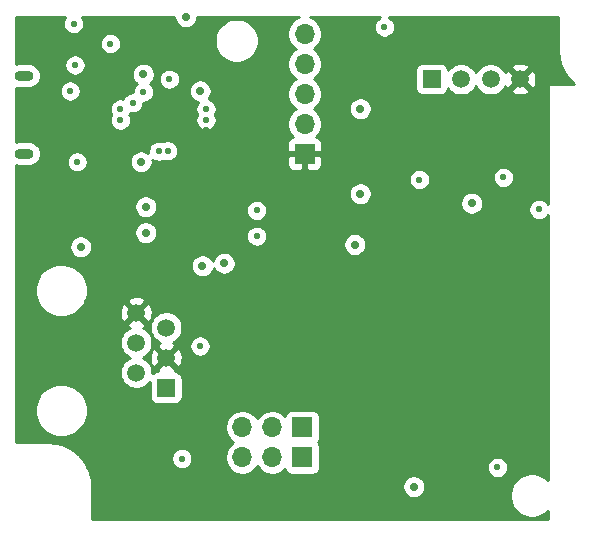
<source format=gbr>
%TF.GenerationSoftware,KiCad,Pcbnew,5.1.12-1.fc35*%
%TF.CreationDate,2021-12-21T00:05:04+01:00*%
%TF.ProjectId,smartmeterreader,736d6172-746d-4657-9465-727265616465,rev?*%
%TF.SameCoordinates,Original*%
%TF.FileFunction,Copper,L2,Inr*%
%TF.FilePolarity,Positive*%
%FSLAX46Y46*%
G04 Gerber Fmt 4.6, Leading zero omitted, Abs format (unit mm)*
G04 Created by KiCad (PCBNEW 5.1.12-1.fc35) date 2021-12-21 00:05:04*
%MOMM*%
%LPD*%
G01*
G04 APERTURE LIST*
%TA.AperFunction,ComponentPad*%
%ADD10O,1.700000X1.700000*%
%TD*%
%TA.AperFunction,ComponentPad*%
%ADD11R,1.700000X1.700000*%
%TD*%
%TA.AperFunction,ComponentPad*%
%ADD12C,1.520000*%
%TD*%
%TA.AperFunction,ComponentPad*%
%ADD13R,1.520000X1.520000*%
%TD*%
%TA.AperFunction,ComponentPad*%
%ADD14R,1.500000X1.500000*%
%TD*%
%TA.AperFunction,ComponentPad*%
%ADD15C,1.500000*%
%TD*%
%TA.AperFunction,ComponentPad*%
%ADD16O,1.600000X0.900000*%
%TD*%
%TA.AperFunction,ViaPad*%
%ADD17C,0.700000*%
%TD*%
%TA.AperFunction,ViaPad*%
%ADD18C,0.800000*%
%TD*%
%TA.AperFunction,ViaPad*%
%ADD19C,0.550000*%
%TD*%
%TA.AperFunction,Conductor*%
%ADD20C,0.250000*%
%TD*%
%TA.AperFunction,Conductor*%
%ADD21C,0.100000*%
%TD*%
G04 APERTURE END LIST*
D10*
%TO.N,/UART_RX*%
%TO.C,J3*%
X146750000Y-76670000D03*
%TO.N,/UART_TX*%
X146750000Y-79210000D03*
%TO.N,/UART_DTR*%
X146750000Y-81750000D03*
%TO.N,/UART_RTS*%
X146750000Y-84290000D03*
D11*
%TO.N,GND*%
X146750000Y-86830000D03*
%TD*%
D12*
%TO.N,GND*%
%TO.C,J2*%
X132485000Y-100275000D03*
%TO.N,/DATA_LINE*%
X135025000Y-101545000D03*
%TO.N,N/C*%
X132485000Y-102815000D03*
%TO.N,GND*%
X135025000Y-104085000D03*
%TO.N,/DATA_REQ*%
X132485000Y-105355000D03*
D13*
%TO.N,Net-(F2-Pad1)*%
X135025000Y-106625000D03*
%TD*%
D14*
%TO.N,/High_side_SW.sch/VOut*%
%TO.C,U4*%
X157500000Y-80500000D03*
D15*
%TO.N,/DHT22_DATA*%
X160000000Y-80500000D03*
%TO.N,N/C*%
X162500000Y-80500000D03*
%TO.N,GND*%
X165000000Y-80500000D03*
%TD*%
D10*
%TO.N,/UART_RTS*%
%TO.C,JP2*%
X141478000Y-109982000D03*
%TO.N,/Data_Req_TTL*%
X144018000Y-109982000D03*
D11*
%TO.N,/GPIO4*%
X146558000Y-109982000D03*
%TD*%
D10*
%TO.N,/Data_line_TTL*%
%TO.C,JP1*%
X141478000Y-112522000D03*
%TO.N,/UART_RX*%
X144018000Y-112522000D03*
D11*
%TO.N,/U0_TXD*%
X146558000Y-112522000D03*
%TD*%
D16*
%TO.N,Earth*%
%TO.C,J1*%
X123000000Y-86800000D03*
X123000000Y-80200000D03*
%TD*%
D17*
%TO.N,*%
X133300000Y-91300000D03*
X133300000Y-93500000D03*
%TO.N,GND*%
X134800000Y-89300000D03*
X136300000Y-89300000D03*
X131800000Y-89300000D03*
X133300000Y-89300000D03*
X131800000Y-93500000D03*
X131800000Y-91300000D03*
X134200000Y-77700000D03*
D18*
X125600000Y-76700000D03*
D17*
X129100000Y-81100000D03*
X143000000Y-83600000D03*
X126024035Y-85349988D03*
X136300000Y-95500000D03*
X134800000Y-95500000D03*
X133300000Y-95500000D03*
X131800000Y-95500000D03*
X129700000Y-103500000D03*
X138100000Y-91500000D03*
X132000000Y-112000000D03*
X139220000Y-99230000D03*
X150990000Y-111400000D03*
X165020000Y-85640000D03*
X153360000Y-78100000D03*
X155150000Y-88730000D03*
X146500000Y-105000000D03*
X138397694Y-84897697D03*
%TO.N,+3V3*%
X127800000Y-94700000D03*
X138100000Y-96300000D03*
X156000000Y-115000000D03*
X151000000Y-94500000D03*
X139930000Y-96080000D03*
X151460000Y-90200000D03*
X151460000Y-83010000D03*
X160890000Y-91000000D03*
%TO.N,/5V_USB*%
X132900000Y-87500000D03*
X136700000Y-75200000D03*
%TO.N,/USB-UART-transceiver/3.3V*%
X133100000Y-80100000D03*
X137900000Y-81500000D03*
D19*
%TO.N,/D+*%
X138400000Y-83975000D03*
X131158549Y-83975000D03*
%TO.N,/D-*%
X138400000Y-83025000D03*
X131158549Y-83025000D03*
%TO.N,/DATA_LINE*%
X136350000Y-112620000D03*
%TO.N,Net-(D5-Pad1)*%
X133100000Y-81600000D03*
X127200000Y-75800000D03*
%TO.N,Net-(D6-Pad1)*%
X132200000Y-82500000D03*
X127300000Y-79300000D03*
%TO.N,/Data_line_TTL*%
X163080000Y-113370000D03*
%TO.N,/UART_RX*%
X134400000Y-86600000D03*
%TO.N,/UART_RTS*%
X142686030Y-91604182D03*
%TO.N,/Data_Req_TTL*%
X137900000Y-103100000D03*
%TO.N,/nRST*%
X166600000Y-91530000D03*
X163580000Y-88810000D03*
%TO.N,/DHT22_EN*%
X156470000Y-89000000D03*
X153510000Y-76080000D03*
%TO.N,/UART_TX*%
X135149066Y-86562547D03*
X142689998Y-93800000D03*
%TO.N,Net-(R8-Pad2)*%
X130300000Y-77500000D03*
X135300000Y-80500000D03*
%TO.N,Net-(F1-Pad2)*%
X126900000Y-81500000D03*
X127500000Y-87500000D03*
%TD*%
D20*
%TO.N,GND*%
X126402430Y-75373690D02*
X126334586Y-75537480D01*
X126300000Y-75711358D01*
X126300000Y-75888642D01*
X126334586Y-76062520D01*
X126402430Y-76226310D01*
X126500924Y-76373717D01*
X126626283Y-76499076D01*
X126773690Y-76597570D01*
X126937480Y-76665414D01*
X127111358Y-76700000D01*
X127288642Y-76700000D01*
X127462520Y-76665414D01*
X127626310Y-76597570D01*
X127773717Y-76499076D01*
X127899076Y-76373717D01*
X127997570Y-76226310D01*
X128065414Y-76062520D01*
X128100000Y-75888642D01*
X128100000Y-75711358D01*
X128065414Y-75537480D01*
X127997570Y-75373690D01*
X127931628Y-75275000D01*
X135725000Y-75275000D01*
X135725000Y-75296029D01*
X135762468Y-75484397D01*
X135835966Y-75661836D01*
X135942668Y-75821527D01*
X136078473Y-75957332D01*
X136238164Y-76064034D01*
X136415603Y-76137532D01*
X136603971Y-76175000D01*
X136796029Y-76175000D01*
X136984397Y-76137532D01*
X137161836Y-76064034D01*
X137321527Y-75957332D01*
X137457332Y-75821527D01*
X137564034Y-75661836D01*
X137637532Y-75484397D01*
X137675000Y-75296029D01*
X137675000Y-75275000D01*
X146263466Y-75275000D01*
X146051325Y-75362872D01*
X145809742Y-75524293D01*
X145604293Y-75729742D01*
X145442872Y-75971325D01*
X145331683Y-76239758D01*
X145275000Y-76524725D01*
X145275000Y-76815275D01*
X145331683Y-77100242D01*
X145442872Y-77368675D01*
X145604293Y-77610258D01*
X145809742Y-77815707D01*
X145995759Y-77940000D01*
X145809742Y-78064293D01*
X145604293Y-78269742D01*
X145442872Y-78511325D01*
X145331683Y-78779758D01*
X145275000Y-79064725D01*
X145275000Y-79355275D01*
X145331683Y-79640242D01*
X145442872Y-79908675D01*
X145604293Y-80150258D01*
X145809742Y-80355707D01*
X145995759Y-80480000D01*
X145809742Y-80604293D01*
X145604293Y-80809742D01*
X145442872Y-81051325D01*
X145331683Y-81319758D01*
X145275000Y-81604725D01*
X145275000Y-81895275D01*
X145331683Y-82180242D01*
X145442872Y-82448675D01*
X145604293Y-82690258D01*
X145809742Y-82895707D01*
X145995759Y-83020000D01*
X145809742Y-83144293D01*
X145604293Y-83349742D01*
X145442872Y-83591325D01*
X145331683Y-83859758D01*
X145275000Y-84144725D01*
X145275000Y-84435275D01*
X145331683Y-84720242D01*
X145442872Y-84988675D01*
X145604293Y-85230258D01*
X145747248Y-85373213D01*
X145659666Y-85399781D01*
X145551089Y-85457817D01*
X145455920Y-85535920D01*
X145377817Y-85631089D01*
X145319781Y-85739666D01*
X145284043Y-85857479D01*
X145271976Y-85980000D01*
X145275000Y-86548750D01*
X145431250Y-86705000D01*
X146625000Y-86705000D01*
X146625000Y-86685000D01*
X146875000Y-86685000D01*
X146875000Y-86705000D01*
X148068750Y-86705000D01*
X148225000Y-86548750D01*
X148228024Y-85980000D01*
X148215957Y-85857479D01*
X148180219Y-85739666D01*
X148122183Y-85631089D01*
X148044080Y-85535920D01*
X147948911Y-85457817D01*
X147840334Y-85399781D01*
X147752752Y-85373213D01*
X147895707Y-85230258D01*
X148057128Y-84988675D01*
X148168317Y-84720242D01*
X148225000Y-84435275D01*
X148225000Y-84144725D01*
X148168317Y-83859758D01*
X148057128Y-83591325D01*
X147895707Y-83349742D01*
X147690258Y-83144293D01*
X147504241Y-83020000D01*
X147662924Y-82913971D01*
X150485000Y-82913971D01*
X150485000Y-83106029D01*
X150522468Y-83294397D01*
X150595966Y-83471836D01*
X150702668Y-83631527D01*
X150838473Y-83767332D01*
X150998164Y-83874034D01*
X151175603Y-83947532D01*
X151363971Y-83985000D01*
X151556029Y-83985000D01*
X151744397Y-83947532D01*
X151921836Y-83874034D01*
X152081527Y-83767332D01*
X152217332Y-83631527D01*
X152324034Y-83471836D01*
X152397532Y-83294397D01*
X152435000Y-83106029D01*
X152435000Y-82913971D01*
X152397532Y-82725603D01*
X152324034Y-82548164D01*
X152217332Y-82388473D01*
X152081527Y-82252668D01*
X151921836Y-82145966D01*
X151744397Y-82072468D01*
X151556029Y-82035000D01*
X151363971Y-82035000D01*
X151175603Y-82072468D01*
X150998164Y-82145966D01*
X150838473Y-82252668D01*
X150702668Y-82388473D01*
X150595966Y-82548164D01*
X150522468Y-82725603D01*
X150485000Y-82913971D01*
X147662924Y-82913971D01*
X147690258Y-82895707D01*
X147895707Y-82690258D01*
X148057128Y-82448675D01*
X148168317Y-82180242D01*
X148225000Y-81895275D01*
X148225000Y-81604725D01*
X148168317Y-81319758D01*
X148057128Y-81051325D01*
X147895707Y-80809742D01*
X147690258Y-80604293D01*
X147504241Y-80480000D01*
X147690258Y-80355707D01*
X147895707Y-80150258D01*
X148057128Y-79908675D01*
X148122853Y-79750000D01*
X156121976Y-79750000D01*
X156121976Y-81250000D01*
X156134043Y-81372521D01*
X156169781Y-81490334D01*
X156227817Y-81598911D01*
X156305920Y-81694080D01*
X156401089Y-81772183D01*
X156509666Y-81830219D01*
X156627479Y-81865957D01*
X156750000Y-81878024D01*
X158250000Y-81878024D01*
X158372521Y-81865957D01*
X158490334Y-81830219D01*
X158598911Y-81772183D01*
X158694080Y-81694080D01*
X158772183Y-81598911D01*
X158830219Y-81490334D01*
X158865957Y-81372521D01*
X158874095Y-81289898D01*
X158931968Y-81376511D01*
X159123489Y-81568032D01*
X159348693Y-81718509D01*
X159598927Y-81822159D01*
X159864574Y-81875000D01*
X160135426Y-81875000D01*
X160401073Y-81822159D01*
X160651307Y-81718509D01*
X160876511Y-81568032D01*
X161068032Y-81376511D01*
X161218509Y-81151307D01*
X161250000Y-81075281D01*
X161281491Y-81151307D01*
X161431968Y-81376511D01*
X161623489Y-81568032D01*
X161848693Y-81718509D01*
X162098927Y-81822159D01*
X162364574Y-81875000D01*
X162635426Y-81875000D01*
X162901073Y-81822159D01*
X163151307Y-81718509D01*
X163376511Y-81568032D01*
X163494184Y-81450359D01*
X164226417Y-81450359D01*
X164292342Y-81686670D01*
X164537448Y-81801926D01*
X164800329Y-81867149D01*
X165070883Y-81879834D01*
X165338714Y-81839492D01*
X165593527Y-81747674D01*
X165707658Y-81686670D01*
X165773583Y-81450359D01*
X165000000Y-80676777D01*
X164226417Y-81450359D01*
X163494184Y-81450359D01*
X163568032Y-81376511D01*
X163718509Y-81151307D01*
X163747728Y-81080766D01*
X163752326Y-81093527D01*
X163813330Y-81207658D01*
X164049641Y-81273583D01*
X164823223Y-80500000D01*
X165176777Y-80500000D01*
X165950359Y-81273583D01*
X166186670Y-81207658D01*
X166301926Y-80962552D01*
X166367149Y-80699671D01*
X166379834Y-80429117D01*
X166339492Y-80161286D01*
X166247674Y-79906473D01*
X166186670Y-79792342D01*
X165950359Y-79726417D01*
X165176777Y-80500000D01*
X164823223Y-80500000D01*
X164049641Y-79726417D01*
X163813330Y-79792342D01*
X163750507Y-79925943D01*
X163718509Y-79848693D01*
X163568032Y-79623489D01*
X163494184Y-79549641D01*
X164226417Y-79549641D01*
X165000000Y-80323223D01*
X165773583Y-79549641D01*
X165707658Y-79313330D01*
X165462552Y-79198074D01*
X165199671Y-79132851D01*
X164929117Y-79120166D01*
X164661286Y-79160508D01*
X164406473Y-79252326D01*
X164292342Y-79313330D01*
X164226417Y-79549641D01*
X163494184Y-79549641D01*
X163376511Y-79431968D01*
X163151307Y-79281491D01*
X162901073Y-79177841D01*
X162635426Y-79125000D01*
X162364574Y-79125000D01*
X162098927Y-79177841D01*
X161848693Y-79281491D01*
X161623489Y-79431968D01*
X161431968Y-79623489D01*
X161281491Y-79848693D01*
X161250000Y-79924719D01*
X161218509Y-79848693D01*
X161068032Y-79623489D01*
X160876511Y-79431968D01*
X160651307Y-79281491D01*
X160401073Y-79177841D01*
X160135426Y-79125000D01*
X159864574Y-79125000D01*
X159598927Y-79177841D01*
X159348693Y-79281491D01*
X159123489Y-79431968D01*
X158931968Y-79623489D01*
X158874095Y-79710102D01*
X158865957Y-79627479D01*
X158830219Y-79509666D01*
X158772183Y-79401089D01*
X158694080Y-79305920D01*
X158598911Y-79227817D01*
X158490334Y-79169781D01*
X158372521Y-79134043D01*
X158250000Y-79121976D01*
X156750000Y-79121976D01*
X156627479Y-79134043D01*
X156509666Y-79169781D01*
X156401089Y-79227817D01*
X156305920Y-79305920D01*
X156227817Y-79401089D01*
X156169781Y-79509666D01*
X156134043Y-79627479D01*
X156121976Y-79750000D01*
X148122853Y-79750000D01*
X148168317Y-79640242D01*
X148225000Y-79355275D01*
X148225000Y-79064725D01*
X148168317Y-78779758D01*
X148057128Y-78511325D01*
X147895707Y-78269742D01*
X147690258Y-78064293D01*
X147504241Y-77940000D01*
X147690258Y-77815707D01*
X147895707Y-77610258D01*
X148057128Y-77368675D01*
X148168317Y-77100242D01*
X148225000Y-76815275D01*
X148225000Y-76524725D01*
X148168317Y-76239758D01*
X148057128Y-75971325D01*
X147895707Y-75729742D01*
X147690258Y-75524293D01*
X147448675Y-75362872D01*
X147236534Y-75275000D01*
X153101628Y-75275000D01*
X153083690Y-75282430D01*
X152936283Y-75380924D01*
X152810924Y-75506283D01*
X152712430Y-75653690D01*
X152644586Y-75817480D01*
X152610000Y-75991358D01*
X152610000Y-76168642D01*
X152644586Y-76342520D01*
X152712430Y-76506310D01*
X152810924Y-76653717D01*
X152936283Y-76779076D01*
X153083690Y-76877570D01*
X153247480Y-76945414D01*
X153421358Y-76980000D01*
X153598642Y-76980000D01*
X153772520Y-76945414D01*
X153936310Y-76877570D01*
X154083717Y-76779076D01*
X154209076Y-76653717D01*
X154307570Y-76506310D01*
X154375414Y-76342520D01*
X154410000Y-76168642D01*
X154410000Y-75991358D01*
X154375414Y-75817480D01*
X154307570Y-75653690D01*
X154209076Y-75506283D01*
X154083717Y-75380924D01*
X153936310Y-75282430D01*
X153918372Y-75275000D01*
X168225000Y-75275000D01*
X168225001Y-78038065D01*
X168228393Y-78072509D01*
X168228263Y-78091184D01*
X168229319Y-78101953D01*
X168290519Y-78684243D01*
X168304652Y-78753095D01*
X168317806Y-78822049D01*
X168320932Y-78832401D01*
X168320933Y-78832408D01*
X168320936Y-78832414D01*
X168494071Y-79391722D01*
X168521303Y-79456504D01*
X168547603Y-79521600D01*
X168552683Y-79531155D01*
X168831159Y-80046187D01*
X168870432Y-80104411D01*
X168908900Y-80163197D01*
X168915739Y-80171583D01*
X169288949Y-80622716D01*
X169338803Y-80672223D01*
X169387936Y-80722396D01*
X169396274Y-80729294D01*
X169574927Y-80875000D01*
X167500000Y-80875000D01*
X167475614Y-80877402D01*
X167452165Y-80884515D01*
X167430554Y-80896066D01*
X167411612Y-80911612D01*
X167396066Y-80930554D01*
X167384515Y-80952165D01*
X167377402Y-80975614D01*
X167375000Y-81000000D01*
X167375000Y-91069912D01*
X167299076Y-90956283D01*
X167173717Y-90830924D01*
X167026310Y-90732430D01*
X166862520Y-90664586D01*
X166688642Y-90630000D01*
X166511358Y-90630000D01*
X166337480Y-90664586D01*
X166173690Y-90732430D01*
X166026283Y-90830924D01*
X165900924Y-90956283D01*
X165802430Y-91103690D01*
X165734586Y-91267480D01*
X165700000Y-91441358D01*
X165700000Y-91618642D01*
X165734586Y-91792520D01*
X165802430Y-91956310D01*
X165900924Y-92103717D01*
X166026283Y-92229076D01*
X166173690Y-92327570D01*
X166337480Y-92395414D01*
X166511358Y-92430000D01*
X166688642Y-92430000D01*
X166862520Y-92395414D01*
X167026310Y-92327570D01*
X167173717Y-92229076D01*
X167299076Y-92103717D01*
X167375000Y-91990088D01*
X167375000Y-114473350D01*
X167195243Y-114293593D01*
X166888145Y-114088397D01*
X166546917Y-113947056D01*
X166184671Y-113875000D01*
X165815329Y-113875000D01*
X165453083Y-113947056D01*
X165111855Y-114088397D01*
X164804757Y-114293593D01*
X164543593Y-114554757D01*
X164338397Y-114861855D01*
X164197056Y-115203083D01*
X164125000Y-115565329D01*
X164125000Y-115934671D01*
X164197056Y-116296917D01*
X164338397Y-116638145D01*
X164543593Y-116945243D01*
X164804757Y-117206407D01*
X165111855Y-117411603D01*
X165453083Y-117552944D01*
X165815329Y-117625000D01*
X166184671Y-117625000D01*
X166546917Y-117552944D01*
X166888145Y-117411603D01*
X167195243Y-117206407D01*
X167375000Y-117026650D01*
X167375000Y-117725000D01*
X128775000Y-117725000D01*
X128775000Y-114961935D01*
X128771607Y-114927481D01*
X128771737Y-114908816D01*
X128771262Y-114903971D01*
X155025000Y-114903971D01*
X155025000Y-115096029D01*
X155062468Y-115284397D01*
X155135966Y-115461836D01*
X155242668Y-115621527D01*
X155378473Y-115757332D01*
X155538164Y-115864034D01*
X155715603Y-115937532D01*
X155903971Y-115975000D01*
X156096029Y-115975000D01*
X156284397Y-115937532D01*
X156461836Y-115864034D01*
X156621527Y-115757332D01*
X156757332Y-115621527D01*
X156864034Y-115461836D01*
X156937532Y-115284397D01*
X156975000Y-115096029D01*
X156975000Y-114903971D01*
X156937532Y-114715603D01*
X156864034Y-114538164D01*
X156757332Y-114378473D01*
X156621527Y-114242668D01*
X156461836Y-114135966D01*
X156284397Y-114062468D01*
X156096029Y-114025000D01*
X155903971Y-114025000D01*
X155715603Y-114062468D01*
X155538164Y-114135966D01*
X155378473Y-114242668D01*
X155242668Y-114378473D01*
X155135966Y-114538164D01*
X155062468Y-114715603D01*
X155025000Y-114903971D01*
X128771262Y-114903971D01*
X128770681Y-114898046D01*
X128709480Y-114315757D01*
X128695354Y-114246936D01*
X128682194Y-114177951D01*
X128679067Y-114167592D01*
X128505929Y-113608278D01*
X128478697Y-113543496D01*
X128452397Y-113478400D01*
X128447317Y-113468845D01*
X128168841Y-112953813D01*
X128129568Y-112895589D01*
X128091100Y-112836803D01*
X128084261Y-112828417D01*
X127838513Y-112531358D01*
X135450000Y-112531358D01*
X135450000Y-112708642D01*
X135484586Y-112882520D01*
X135552430Y-113046310D01*
X135650924Y-113193717D01*
X135776283Y-113319076D01*
X135923690Y-113417570D01*
X136087480Y-113485414D01*
X136261358Y-113520000D01*
X136438642Y-113520000D01*
X136612520Y-113485414D01*
X136776310Y-113417570D01*
X136923717Y-113319076D01*
X137049076Y-113193717D01*
X137147570Y-113046310D01*
X137215414Y-112882520D01*
X137250000Y-112708642D01*
X137250000Y-112531358D01*
X137215414Y-112357480D01*
X137147570Y-112193690D01*
X137049076Y-112046283D01*
X136923717Y-111920924D01*
X136776310Y-111822430D01*
X136612520Y-111754586D01*
X136438642Y-111720000D01*
X136261358Y-111720000D01*
X136087480Y-111754586D01*
X135923690Y-111822430D01*
X135776283Y-111920924D01*
X135650924Y-112046283D01*
X135552430Y-112193690D01*
X135484586Y-112357480D01*
X135450000Y-112531358D01*
X127838513Y-112531358D01*
X127711051Y-112377284D01*
X127661195Y-112327775D01*
X127612064Y-112277605D01*
X127603726Y-112270707D01*
X127149998Y-111900654D01*
X127091466Y-111861766D01*
X127033534Y-111822099D01*
X127024015Y-111816951D01*
X126507051Y-111542077D01*
X126442049Y-111515286D01*
X126377547Y-111487640D01*
X126367210Y-111484439D01*
X125806702Y-111315212D01*
X125737778Y-111301565D01*
X125669092Y-111286965D01*
X125658330Y-111285834D01*
X125075627Y-111228699D01*
X125075623Y-111228699D01*
X125038065Y-111225000D01*
X122275000Y-111225000D01*
X122275000Y-108313394D01*
X123885000Y-108313394D01*
X123885000Y-108756606D01*
X123971466Y-109191301D01*
X124141076Y-109600775D01*
X124387311Y-109969292D01*
X124700708Y-110282689D01*
X125069225Y-110528924D01*
X125478699Y-110698534D01*
X125913394Y-110785000D01*
X126356606Y-110785000D01*
X126791301Y-110698534D01*
X127200775Y-110528924D01*
X127569292Y-110282689D01*
X127882689Y-109969292D01*
X127971267Y-109836725D01*
X140003000Y-109836725D01*
X140003000Y-110127275D01*
X140059683Y-110412242D01*
X140170872Y-110680675D01*
X140332293Y-110922258D01*
X140537742Y-111127707D01*
X140723759Y-111252000D01*
X140537742Y-111376293D01*
X140332293Y-111581742D01*
X140170872Y-111823325D01*
X140059683Y-112091758D01*
X140003000Y-112376725D01*
X140003000Y-112667275D01*
X140059683Y-112952242D01*
X140170872Y-113220675D01*
X140332293Y-113462258D01*
X140537742Y-113667707D01*
X140779325Y-113829128D01*
X141047758Y-113940317D01*
X141332725Y-113997000D01*
X141623275Y-113997000D01*
X141908242Y-113940317D01*
X142176675Y-113829128D01*
X142418258Y-113667707D01*
X142623707Y-113462258D01*
X142748000Y-113276241D01*
X142872293Y-113462258D01*
X143077742Y-113667707D01*
X143319325Y-113829128D01*
X143587758Y-113940317D01*
X143872725Y-113997000D01*
X144163275Y-113997000D01*
X144448242Y-113940317D01*
X144716675Y-113829128D01*
X144958258Y-113667707D01*
X145101213Y-113524752D01*
X145127781Y-113612334D01*
X145185817Y-113720911D01*
X145263920Y-113816080D01*
X145359089Y-113894183D01*
X145467666Y-113952219D01*
X145585479Y-113987957D01*
X145708000Y-114000024D01*
X147408000Y-114000024D01*
X147530521Y-113987957D01*
X147648334Y-113952219D01*
X147756911Y-113894183D01*
X147852080Y-113816080D01*
X147930183Y-113720911D01*
X147988219Y-113612334D01*
X148023957Y-113494521D01*
X148036024Y-113372000D01*
X148036024Y-113281358D01*
X162180000Y-113281358D01*
X162180000Y-113458642D01*
X162214586Y-113632520D01*
X162282430Y-113796310D01*
X162380924Y-113943717D01*
X162506283Y-114069076D01*
X162653690Y-114167570D01*
X162817480Y-114235414D01*
X162991358Y-114270000D01*
X163168642Y-114270000D01*
X163342520Y-114235414D01*
X163506310Y-114167570D01*
X163653717Y-114069076D01*
X163779076Y-113943717D01*
X163877570Y-113796310D01*
X163945414Y-113632520D01*
X163980000Y-113458642D01*
X163980000Y-113281358D01*
X163945414Y-113107480D01*
X163877570Y-112943690D01*
X163779076Y-112796283D01*
X163653717Y-112670924D01*
X163506310Y-112572430D01*
X163342520Y-112504586D01*
X163168642Y-112470000D01*
X162991358Y-112470000D01*
X162817480Y-112504586D01*
X162653690Y-112572430D01*
X162506283Y-112670924D01*
X162380924Y-112796283D01*
X162282430Y-112943690D01*
X162214586Y-113107480D01*
X162180000Y-113281358D01*
X148036024Y-113281358D01*
X148036024Y-111672000D01*
X148023957Y-111549479D01*
X147988219Y-111431666D01*
X147930183Y-111323089D01*
X147871842Y-111252000D01*
X147930183Y-111180911D01*
X147988219Y-111072334D01*
X148023957Y-110954521D01*
X148036024Y-110832000D01*
X148036024Y-109132000D01*
X148023957Y-109009479D01*
X147988219Y-108891666D01*
X147930183Y-108783089D01*
X147852080Y-108687920D01*
X147756911Y-108609817D01*
X147648334Y-108551781D01*
X147530521Y-108516043D01*
X147408000Y-108503976D01*
X145708000Y-108503976D01*
X145585479Y-108516043D01*
X145467666Y-108551781D01*
X145359089Y-108609817D01*
X145263920Y-108687920D01*
X145185817Y-108783089D01*
X145127781Y-108891666D01*
X145101213Y-108979248D01*
X144958258Y-108836293D01*
X144716675Y-108674872D01*
X144448242Y-108563683D01*
X144163275Y-108507000D01*
X143872725Y-108507000D01*
X143587758Y-108563683D01*
X143319325Y-108674872D01*
X143077742Y-108836293D01*
X142872293Y-109041742D01*
X142748000Y-109227759D01*
X142623707Y-109041742D01*
X142418258Y-108836293D01*
X142176675Y-108674872D01*
X141908242Y-108563683D01*
X141623275Y-108507000D01*
X141332725Y-108507000D01*
X141047758Y-108563683D01*
X140779325Y-108674872D01*
X140537742Y-108836293D01*
X140332293Y-109041742D01*
X140170872Y-109283325D01*
X140059683Y-109551758D01*
X140003000Y-109836725D01*
X127971267Y-109836725D01*
X128128924Y-109600775D01*
X128298534Y-109191301D01*
X128385000Y-108756606D01*
X128385000Y-108313394D01*
X128298534Y-107878699D01*
X128128924Y-107469225D01*
X127882689Y-107100708D01*
X127569292Y-106787311D01*
X127200775Y-106541076D01*
X126791301Y-106371466D01*
X126356606Y-106285000D01*
X125913394Y-106285000D01*
X125478699Y-106371466D01*
X125069225Y-106541076D01*
X124700708Y-106787311D01*
X124387311Y-107100708D01*
X124141076Y-107469225D01*
X123971466Y-107878699D01*
X123885000Y-108313394D01*
X122275000Y-108313394D01*
X122275000Y-102678589D01*
X131100000Y-102678589D01*
X131100000Y-102951411D01*
X131153225Y-103218989D01*
X131257629Y-103471043D01*
X131409201Y-103697886D01*
X131602114Y-103890799D01*
X131828957Y-104042371D01*
X131931873Y-104085000D01*
X131828957Y-104127629D01*
X131602114Y-104279201D01*
X131409201Y-104472114D01*
X131257629Y-104698957D01*
X131153225Y-104951011D01*
X131100000Y-105218589D01*
X131100000Y-105491411D01*
X131153225Y-105758989D01*
X131257629Y-106011043D01*
X131409201Y-106237886D01*
X131602114Y-106430799D01*
X131828957Y-106582371D01*
X132081011Y-106686775D01*
X132348589Y-106740000D01*
X132621411Y-106740000D01*
X132888989Y-106686775D01*
X133141043Y-106582371D01*
X133367886Y-106430799D01*
X133560799Y-106237886D01*
X133636976Y-106123879D01*
X133636976Y-107385000D01*
X133649043Y-107507521D01*
X133684781Y-107625334D01*
X133742817Y-107733911D01*
X133820920Y-107829080D01*
X133916089Y-107907183D01*
X134024666Y-107965219D01*
X134142479Y-108000957D01*
X134265000Y-108013024D01*
X135785000Y-108013024D01*
X135907521Y-108000957D01*
X136025334Y-107965219D01*
X136133911Y-107907183D01*
X136229080Y-107829080D01*
X136307183Y-107733911D01*
X136365219Y-107625334D01*
X136400957Y-107507521D01*
X136413024Y-107385000D01*
X136413024Y-105865000D01*
X136400957Y-105742479D01*
X136365219Y-105624666D01*
X136307183Y-105516089D01*
X136229080Y-105420920D01*
X136133911Y-105342817D01*
X136025334Y-105284781D01*
X135907521Y-105249043D01*
X135785000Y-105236976D01*
X135750711Y-105236976D01*
X135805724Y-105042501D01*
X135025000Y-104261777D01*
X134244276Y-105042501D01*
X134299289Y-105236976D01*
X134265000Y-105236976D01*
X134142479Y-105249043D01*
X134024666Y-105284781D01*
X133916089Y-105342817D01*
X133870000Y-105380641D01*
X133870000Y-105218589D01*
X133816775Y-104951011D01*
X133712371Y-104698957D01*
X133560799Y-104472114D01*
X133367886Y-104279201D01*
X133182734Y-104155486D01*
X133635085Y-104155486D01*
X133675543Y-104425291D01*
X133767860Y-104682019D01*
X133830168Y-104798588D01*
X134067499Y-104865724D01*
X134848223Y-104085000D01*
X135201777Y-104085000D01*
X135982501Y-104865724D01*
X136219832Y-104798588D01*
X136336088Y-104551777D01*
X136401959Y-104287027D01*
X136414915Y-104014514D01*
X136374457Y-103744709D01*
X136282140Y-103487981D01*
X136219832Y-103371412D01*
X135982501Y-103304276D01*
X135201777Y-104085000D01*
X134848223Y-104085000D01*
X134067499Y-103304276D01*
X133830168Y-103371412D01*
X133713912Y-103618223D01*
X133648041Y-103882973D01*
X133635085Y-104155486D01*
X133182734Y-104155486D01*
X133141043Y-104127629D01*
X133038127Y-104085000D01*
X133141043Y-104042371D01*
X133367886Y-103890799D01*
X133560799Y-103697886D01*
X133712371Y-103471043D01*
X133816775Y-103218989D01*
X133870000Y-102951411D01*
X133870000Y-102678589D01*
X133816775Y-102411011D01*
X133712371Y-102158957D01*
X133560799Y-101932114D01*
X133367886Y-101739201D01*
X133141043Y-101587629D01*
X133041905Y-101546565D01*
X133082019Y-101532140D01*
X133198588Y-101469832D01*
X133215912Y-101408589D01*
X133640000Y-101408589D01*
X133640000Y-101681411D01*
X133693225Y-101948989D01*
X133797629Y-102201043D01*
X133949201Y-102427886D01*
X134142114Y-102620799D01*
X134368957Y-102772371D01*
X134468095Y-102813435D01*
X134427981Y-102827860D01*
X134311412Y-102890168D01*
X134244276Y-103127499D01*
X135025000Y-103908223D01*
X135805724Y-103127499D01*
X135772871Y-103011358D01*
X137000000Y-103011358D01*
X137000000Y-103188642D01*
X137034586Y-103362520D01*
X137102430Y-103526310D01*
X137200924Y-103673717D01*
X137326283Y-103799076D01*
X137473690Y-103897570D01*
X137637480Y-103965414D01*
X137811358Y-104000000D01*
X137988642Y-104000000D01*
X138162520Y-103965414D01*
X138326310Y-103897570D01*
X138473717Y-103799076D01*
X138599076Y-103673717D01*
X138697570Y-103526310D01*
X138765414Y-103362520D01*
X138800000Y-103188642D01*
X138800000Y-103011358D01*
X138765414Y-102837480D01*
X138697570Y-102673690D01*
X138599076Y-102526283D01*
X138473717Y-102400924D01*
X138326310Y-102302430D01*
X138162520Y-102234586D01*
X137988642Y-102200000D01*
X137811358Y-102200000D01*
X137637480Y-102234586D01*
X137473690Y-102302430D01*
X137326283Y-102400924D01*
X137200924Y-102526283D01*
X137102430Y-102673690D01*
X137034586Y-102837480D01*
X137000000Y-103011358D01*
X135772871Y-103011358D01*
X135738588Y-102890168D01*
X135578595Y-102814806D01*
X135681043Y-102772371D01*
X135907886Y-102620799D01*
X136100799Y-102427886D01*
X136252371Y-102201043D01*
X136356775Y-101948989D01*
X136410000Y-101681411D01*
X136410000Y-101408589D01*
X136356775Y-101141011D01*
X136252371Y-100888957D01*
X136100799Y-100662114D01*
X135907886Y-100469201D01*
X135681043Y-100317629D01*
X135428989Y-100213225D01*
X135161411Y-100160000D01*
X134888589Y-100160000D01*
X134621011Y-100213225D01*
X134368957Y-100317629D01*
X134142114Y-100469201D01*
X133949201Y-100662114D01*
X133797629Y-100888957D01*
X133693225Y-101141011D01*
X133640000Y-101408589D01*
X133215912Y-101408589D01*
X133265724Y-101232501D01*
X132485000Y-100451777D01*
X131704276Y-101232501D01*
X131771412Y-101469832D01*
X131931405Y-101545194D01*
X131828957Y-101587629D01*
X131602114Y-101739201D01*
X131409201Y-101932114D01*
X131257629Y-102158957D01*
X131153225Y-102411011D01*
X131100000Y-102678589D01*
X122275000Y-102678589D01*
X122275000Y-98153394D01*
X123885000Y-98153394D01*
X123885000Y-98596606D01*
X123971466Y-99031301D01*
X124141076Y-99440775D01*
X124387311Y-99809292D01*
X124700708Y-100122689D01*
X125069225Y-100368924D01*
X125478699Y-100538534D01*
X125913394Y-100625000D01*
X126356606Y-100625000D01*
X126791301Y-100538534D01*
X127200775Y-100368924D01*
X127235852Y-100345486D01*
X131095085Y-100345486D01*
X131135543Y-100615291D01*
X131227860Y-100872019D01*
X131290168Y-100988588D01*
X131527499Y-101055724D01*
X132308223Y-100275000D01*
X132661777Y-100275000D01*
X133442501Y-101055724D01*
X133679832Y-100988588D01*
X133796088Y-100741777D01*
X133861959Y-100477027D01*
X133874915Y-100204514D01*
X133834457Y-99934709D01*
X133742140Y-99677981D01*
X133679832Y-99561412D01*
X133442501Y-99494276D01*
X132661777Y-100275000D01*
X132308223Y-100275000D01*
X131527499Y-99494276D01*
X131290168Y-99561412D01*
X131173912Y-99808223D01*
X131108041Y-100072973D01*
X131095085Y-100345486D01*
X127235852Y-100345486D01*
X127569292Y-100122689D01*
X127882689Y-99809292D01*
X128128924Y-99440775D01*
X128179986Y-99317499D01*
X131704276Y-99317499D01*
X132485000Y-100098223D01*
X133265724Y-99317499D01*
X133198588Y-99080168D01*
X132951777Y-98963912D01*
X132687027Y-98898041D01*
X132414514Y-98885085D01*
X132144709Y-98925543D01*
X131887981Y-99017860D01*
X131771412Y-99080168D01*
X131704276Y-99317499D01*
X128179986Y-99317499D01*
X128298534Y-99031301D01*
X128385000Y-98596606D01*
X128385000Y-98153394D01*
X128298534Y-97718699D01*
X128128924Y-97309225D01*
X127882689Y-96940708D01*
X127569292Y-96627311D01*
X127200775Y-96381076D01*
X126791301Y-96211466D01*
X126753621Y-96203971D01*
X137125000Y-96203971D01*
X137125000Y-96396029D01*
X137162468Y-96584397D01*
X137235966Y-96761836D01*
X137342668Y-96921527D01*
X137478473Y-97057332D01*
X137638164Y-97164034D01*
X137815603Y-97237532D01*
X138003971Y-97275000D01*
X138196029Y-97275000D01*
X138384397Y-97237532D01*
X138561836Y-97164034D01*
X138721527Y-97057332D01*
X138857332Y-96921527D01*
X138964034Y-96761836D01*
X139037532Y-96584397D01*
X139052476Y-96509268D01*
X139065966Y-96541836D01*
X139172668Y-96701527D01*
X139308473Y-96837332D01*
X139468164Y-96944034D01*
X139645603Y-97017532D01*
X139833971Y-97055000D01*
X140026029Y-97055000D01*
X140214397Y-97017532D01*
X140391836Y-96944034D01*
X140551527Y-96837332D01*
X140687332Y-96701527D01*
X140794034Y-96541836D01*
X140867532Y-96364397D01*
X140905000Y-96176029D01*
X140905000Y-95983971D01*
X140867532Y-95795603D01*
X140794034Y-95618164D01*
X140687332Y-95458473D01*
X140551527Y-95322668D01*
X140391836Y-95215966D01*
X140214397Y-95142468D01*
X140026029Y-95105000D01*
X139833971Y-95105000D01*
X139645603Y-95142468D01*
X139468164Y-95215966D01*
X139308473Y-95322668D01*
X139172668Y-95458473D01*
X139065966Y-95618164D01*
X138992468Y-95795603D01*
X138977524Y-95870732D01*
X138964034Y-95838164D01*
X138857332Y-95678473D01*
X138721527Y-95542668D01*
X138561836Y-95435966D01*
X138384397Y-95362468D01*
X138196029Y-95325000D01*
X138003971Y-95325000D01*
X137815603Y-95362468D01*
X137638164Y-95435966D01*
X137478473Y-95542668D01*
X137342668Y-95678473D01*
X137235966Y-95838164D01*
X137162468Y-96015603D01*
X137125000Y-96203971D01*
X126753621Y-96203971D01*
X126356606Y-96125000D01*
X125913394Y-96125000D01*
X125478699Y-96211466D01*
X125069225Y-96381076D01*
X124700708Y-96627311D01*
X124387311Y-96940708D01*
X124141076Y-97309225D01*
X123971466Y-97718699D01*
X123885000Y-98153394D01*
X122275000Y-98153394D01*
X122275000Y-94603971D01*
X126825000Y-94603971D01*
X126825000Y-94796029D01*
X126862468Y-94984397D01*
X126935966Y-95161836D01*
X127042668Y-95321527D01*
X127178473Y-95457332D01*
X127338164Y-95564034D01*
X127515603Y-95637532D01*
X127703971Y-95675000D01*
X127896029Y-95675000D01*
X128084397Y-95637532D01*
X128261836Y-95564034D01*
X128421527Y-95457332D01*
X128557332Y-95321527D01*
X128664034Y-95161836D01*
X128737532Y-94984397D01*
X128775000Y-94796029D01*
X128775000Y-94603971D01*
X128737532Y-94415603D01*
X128664034Y-94238164D01*
X128557332Y-94078473D01*
X128421527Y-93942668D01*
X128261836Y-93835966D01*
X128084397Y-93762468D01*
X127896029Y-93725000D01*
X127703971Y-93725000D01*
X127515603Y-93762468D01*
X127338164Y-93835966D01*
X127178473Y-93942668D01*
X127042668Y-94078473D01*
X126935966Y-94238164D01*
X126862468Y-94415603D01*
X126825000Y-94603971D01*
X122275000Y-94603971D01*
X122275000Y-93403971D01*
X132325000Y-93403971D01*
X132325000Y-93596029D01*
X132362468Y-93784397D01*
X132435966Y-93961836D01*
X132542668Y-94121527D01*
X132678473Y-94257332D01*
X132838164Y-94364034D01*
X133015603Y-94437532D01*
X133203971Y-94475000D01*
X133396029Y-94475000D01*
X133584397Y-94437532D01*
X133761836Y-94364034D01*
X133921527Y-94257332D01*
X134057332Y-94121527D01*
X134164034Y-93961836D01*
X134237532Y-93784397D01*
X134252060Y-93711358D01*
X141789998Y-93711358D01*
X141789998Y-93888642D01*
X141824584Y-94062520D01*
X141892428Y-94226310D01*
X141990922Y-94373717D01*
X142116281Y-94499076D01*
X142263688Y-94597570D01*
X142427478Y-94665414D01*
X142601356Y-94700000D01*
X142778640Y-94700000D01*
X142952518Y-94665414D01*
X143116308Y-94597570D01*
X143263715Y-94499076D01*
X143358820Y-94403971D01*
X150025000Y-94403971D01*
X150025000Y-94596029D01*
X150062468Y-94784397D01*
X150135966Y-94961836D01*
X150242668Y-95121527D01*
X150378473Y-95257332D01*
X150538164Y-95364034D01*
X150715603Y-95437532D01*
X150903971Y-95475000D01*
X151096029Y-95475000D01*
X151284397Y-95437532D01*
X151461836Y-95364034D01*
X151621527Y-95257332D01*
X151757332Y-95121527D01*
X151864034Y-94961836D01*
X151937532Y-94784397D01*
X151975000Y-94596029D01*
X151975000Y-94403971D01*
X151937532Y-94215603D01*
X151864034Y-94038164D01*
X151757332Y-93878473D01*
X151621527Y-93742668D01*
X151461836Y-93635966D01*
X151284397Y-93562468D01*
X151096029Y-93525000D01*
X150903971Y-93525000D01*
X150715603Y-93562468D01*
X150538164Y-93635966D01*
X150378473Y-93742668D01*
X150242668Y-93878473D01*
X150135966Y-94038164D01*
X150062468Y-94215603D01*
X150025000Y-94403971D01*
X143358820Y-94403971D01*
X143389074Y-94373717D01*
X143487568Y-94226310D01*
X143555412Y-94062520D01*
X143589998Y-93888642D01*
X143589998Y-93711358D01*
X143555412Y-93537480D01*
X143487568Y-93373690D01*
X143389074Y-93226283D01*
X143263715Y-93100924D01*
X143116308Y-93002430D01*
X142952518Y-92934586D01*
X142778640Y-92900000D01*
X142601356Y-92900000D01*
X142427478Y-92934586D01*
X142263688Y-93002430D01*
X142116281Y-93100924D01*
X141990922Y-93226283D01*
X141892428Y-93373690D01*
X141824584Y-93537480D01*
X141789998Y-93711358D01*
X134252060Y-93711358D01*
X134275000Y-93596029D01*
X134275000Y-93403971D01*
X134237532Y-93215603D01*
X134164034Y-93038164D01*
X134057332Y-92878473D01*
X133921527Y-92742668D01*
X133761836Y-92635966D01*
X133584397Y-92562468D01*
X133396029Y-92525000D01*
X133203971Y-92525000D01*
X133015603Y-92562468D01*
X132838164Y-92635966D01*
X132678473Y-92742668D01*
X132542668Y-92878473D01*
X132435966Y-93038164D01*
X132362468Y-93215603D01*
X132325000Y-93403971D01*
X122275000Y-93403971D01*
X122275000Y-91203971D01*
X132325000Y-91203971D01*
X132325000Y-91396029D01*
X132362468Y-91584397D01*
X132435966Y-91761836D01*
X132542668Y-91921527D01*
X132678473Y-92057332D01*
X132838164Y-92164034D01*
X133015603Y-92237532D01*
X133203971Y-92275000D01*
X133396029Y-92275000D01*
X133584397Y-92237532D01*
X133761836Y-92164034D01*
X133921527Y-92057332D01*
X134057332Y-91921527D01*
X134164034Y-91761836D01*
X134237532Y-91584397D01*
X134251228Y-91515540D01*
X141786030Y-91515540D01*
X141786030Y-91692824D01*
X141820616Y-91866702D01*
X141888460Y-92030492D01*
X141986954Y-92177899D01*
X142112313Y-92303258D01*
X142259720Y-92401752D01*
X142423510Y-92469596D01*
X142597388Y-92504182D01*
X142774672Y-92504182D01*
X142948550Y-92469596D01*
X143112340Y-92401752D01*
X143259747Y-92303258D01*
X143385106Y-92177899D01*
X143483600Y-92030492D01*
X143551444Y-91866702D01*
X143586030Y-91692824D01*
X143586030Y-91515540D01*
X143551444Y-91341662D01*
X143483600Y-91177872D01*
X143385106Y-91030465D01*
X143259747Y-90905106D01*
X143112340Y-90806612D01*
X142948550Y-90738768D01*
X142774672Y-90704182D01*
X142597388Y-90704182D01*
X142423510Y-90738768D01*
X142259720Y-90806612D01*
X142112313Y-90905106D01*
X141986954Y-91030465D01*
X141888460Y-91177872D01*
X141820616Y-91341662D01*
X141786030Y-91515540D01*
X134251228Y-91515540D01*
X134275000Y-91396029D01*
X134275000Y-91203971D01*
X134237532Y-91015603D01*
X134164034Y-90838164D01*
X134057332Y-90678473D01*
X133921527Y-90542668D01*
X133761836Y-90435966D01*
X133584397Y-90362468D01*
X133396029Y-90325000D01*
X133203971Y-90325000D01*
X133015603Y-90362468D01*
X132838164Y-90435966D01*
X132678473Y-90542668D01*
X132542668Y-90678473D01*
X132435966Y-90838164D01*
X132362468Y-91015603D01*
X132325000Y-91203971D01*
X122275000Y-91203971D01*
X122275000Y-90103971D01*
X150485000Y-90103971D01*
X150485000Y-90296029D01*
X150522468Y-90484397D01*
X150595966Y-90661836D01*
X150702668Y-90821527D01*
X150838473Y-90957332D01*
X150998164Y-91064034D01*
X151175603Y-91137532D01*
X151363971Y-91175000D01*
X151556029Y-91175000D01*
X151744397Y-91137532D01*
X151921836Y-91064034D01*
X152081527Y-90957332D01*
X152134888Y-90903971D01*
X159915000Y-90903971D01*
X159915000Y-91096029D01*
X159952468Y-91284397D01*
X160025966Y-91461836D01*
X160132668Y-91621527D01*
X160268473Y-91757332D01*
X160428164Y-91864034D01*
X160605603Y-91937532D01*
X160793971Y-91975000D01*
X160986029Y-91975000D01*
X161174397Y-91937532D01*
X161351836Y-91864034D01*
X161511527Y-91757332D01*
X161647332Y-91621527D01*
X161754034Y-91461836D01*
X161827532Y-91284397D01*
X161865000Y-91096029D01*
X161865000Y-90903971D01*
X161827532Y-90715603D01*
X161754034Y-90538164D01*
X161647332Y-90378473D01*
X161511527Y-90242668D01*
X161351836Y-90135966D01*
X161174397Y-90062468D01*
X160986029Y-90025000D01*
X160793971Y-90025000D01*
X160605603Y-90062468D01*
X160428164Y-90135966D01*
X160268473Y-90242668D01*
X160132668Y-90378473D01*
X160025966Y-90538164D01*
X159952468Y-90715603D01*
X159915000Y-90903971D01*
X152134888Y-90903971D01*
X152217332Y-90821527D01*
X152324034Y-90661836D01*
X152397532Y-90484397D01*
X152435000Y-90296029D01*
X152435000Y-90103971D01*
X152397532Y-89915603D01*
X152324034Y-89738164D01*
X152217332Y-89578473D01*
X152081527Y-89442668D01*
X151921836Y-89335966D01*
X151744397Y-89262468D01*
X151556029Y-89225000D01*
X151363971Y-89225000D01*
X151175603Y-89262468D01*
X150998164Y-89335966D01*
X150838473Y-89442668D01*
X150702668Y-89578473D01*
X150595966Y-89738164D01*
X150522468Y-89915603D01*
X150485000Y-90103971D01*
X122275000Y-90103971D01*
X122275000Y-88911358D01*
X155570000Y-88911358D01*
X155570000Y-89088642D01*
X155604586Y-89262520D01*
X155672430Y-89426310D01*
X155770924Y-89573717D01*
X155896283Y-89699076D01*
X156043690Y-89797570D01*
X156207480Y-89865414D01*
X156381358Y-89900000D01*
X156558642Y-89900000D01*
X156732520Y-89865414D01*
X156896310Y-89797570D01*
X157043717Y-89699076D01*
X157169076Y-89573717D01*
X157267570Y-89426310D01*
X157335414Y-89262520D01*
X157370000Y-89088642D01*
X157370000Y-88911358D01*
X157335414Y-88737480D01*
X157328737Y-88721358D01*
X162680000Y-88721358D01*
X162680000Y-88898642D01*
X162714586Y-89072520D01*
X162782430Y-89236310D01*
X162880924Y-89383717D01*
X163006283Y-89509076D01*
X163153690Y-89607570D01*
X163317480Y-89675414D01*
X163491358Y-89710000D01*
X163668642Y-89710000D01*
X163842520Y-89675414D01*
X164006310Y-89607570D01*
X164153717Y-89509076D01*
X164279076Y-89383717D01*
X164377570Y-89236310D01*
X164445414Y-89072520D01*
X164480000Y-88898642D01*
X164480000Y-88721358D01*
X164445414Y-88547480D01*
X164377570Y-88383690D01*
X164279076Y-88236283D01*
X164153717Y-88110924D01*
X164006310Y-88012430D01*
X163842520Y-87944586D01*
X163668642Y-87910000D01*
X163491358Y-87910000D01*
X163317480Y-87944586D01*
X163153690Y-88012430D01*
X163006283Y-88110924D01*
X162880924Y-88236283D01*
X162782430Y-88383690D01*
X162714586Y-88547480D01*
X162680000Y-88721358D01*
X157328737Y-88721358D01*
X157267570Y-88573690D01*
X157169076Y-88426283D01*
X157043717Y-88300924D01*
X156896310Y-88202430D01*
X156732520Y-88134586D01*
X156558642Y-88100000D01*
X156381358Y-88100000D01*
X156207480Y-88134586D01*
X156043690Y-88202430D01*
X155896283Y-88300924D01*
X155770924Y-88426283D01*
X155672430Y-88573690D01*
X155604586Y-88737480D01*
X155570000Y-88911358D01*
X122275000Y-88911358D01*
X122275000Y-87809617D01*
X122439263Y-87859445D01*
X122597194Y-87875000D01*
X123402806Y-87875000D01*
X123560737Y-87859445D01*
X123763375Y-87797976D01*
X123950128Y-87698154D01*
X124113817Y-87563817D01*
X124238937Y-87411358D01*
X126600000Y-87411358D01*
X126600000Y-87588642D01*
X126634586Y-87762520D01*
X126702430Y-87926310D01*
X126800924Y-88073717D01*
X126926283Y-88199076D01*
X127073690Y-88297570D01*
X127237480Y-88365414D01*
X127411358Y-88400000D01*
X127588642Y-88400000D01*
X127762520Y-88365414D01*
X127926310Y-88297570D01*
X128073717Y-88199076D01*
X128199076Y-88073717D01*
X128297570Y-87926310D01*
X128365414Y-87762520D01*
X128400000Y-87588642D01*
X128400000Y-87411358D01*
X128398531Y-87403971D01*
X131925000Y-87403971D01*
X131925000Y-87596029D01*
X131962468Y-87784397D01*
X132035966Y-87961836D01*
X132142668Y-88121527D01*
X132278473Y-88257332D01*
X132438164Y-88364034D01*
X132615603Y-88437532D01*
X132803971Y-88475000D01*
X132996029Y-88475000D01*
X133184397Y-88437532D01*
X133361836Y-88364034D01*
X133521527Y-88257332D01*
X133657332Y-88121527D01*
X133764034Y-87961836D01*
X133837532Y-87784397D01*
X133858297Y-87680000D01*
X145271976Y-87680000D01*
X145284043Y-87802521D01*
X145319781Y-87920334D01*
X145377817Y-88028911D01*
X145455920Y-88124080D01*
X145551089Y-88202183D01*
X145659666Y-88260219D01*
X145777479Y-88295957D01*
X145900000Y-88308024D01*
X146468750Y-88305000D01*
X146625000Y-88148750D01*
X146625000Y-86955000D01*
X146875000Y-86955000D01*
X146875000Y-88148750D01*
X147031250Y-88305000D01*
X147600000Y-88308024D01*
X147722521Y-88295957D01*
X147840334Y-88260219D01*
X147948911Y-88202183D01*
X148044080Y-88124080D01*
X148122183Y-88028911D01*
X148180219Y-87920334D01*
X148215957Y-87802521D01*
X148228024Y-87680000D01*
X148225000Y-87111250D01*
X148068750Y-86955000D01*
X146875000Y-86955000D01*
X146625000Y-86955000D01*
X145431250Y-86955000D01*
X145275000Y-87111250D01*
X145271976Y-87680000D01*
X133858297Y-87680000D01*
X133875000Y-87596029D01*
X133875000Y-87403971D01*
X133858405Y-87320539D01*
X133973690Y-87397570D01*
X134137480Y-87465414D01*
X134311358Y-87500000D01*
X134488642Y-87500000D01*
X134662520Y-87465414D01*
X134819743Y-87400290D01*
X134886546Y-87427961D01*
X135060424Y-87462547D01*
X135237708Y-87462547D01*
X135411586Y-87427961D01*
X135575376Y-87360117D01*
X135722783Y-87261623D01*
X135848142Y-87136264D01*
X135946636Y-86988857D01*
X136014480Y-86825067D01*
X136049066Y-86651189D01*
X136049066Y-86473905D01*
X136014480Y-86300027D01*
X135946636Y-86136237D01*
X135848142Y-85988830D01*
X135722783Y-85863471D01*
X135575376Y-85764977D01*
X135411586Y-85697133D01*
X135237708Y-85662547D01*
X135060424Y-85662547D01*
X134886546Y-85697133D01*
X134729323Y-85762257D01*
X134662520Y-85734586D01*
X134488642Y-85700000D01*
X134311358Y-85700000D01*
X134137480Y-85734586D01*
X133973690Y-85802430D01*
X133826283Y-85900924D01*
X133700924Y-86026283D01*
X133602430Y-86173690D01*
X133534586Y-86337480D01*
X133500000Y-86511358D01*
X133500000Y-86688642D01*
X133509094Y-86734360D01*
X133361836Y-86635966D01*
X133184397Y-86562468D01*
X132996029Y-86525000D01*
X132803971Y-86525000D01*
X132615603Y-86562468D01*
X132438164Y-86635966D01*
X132278473Y-86742668D01*
X132142668Y-86878473D01*
X132035966Y-87038164D01*
X131962468Y-87215603D01*
X131925000Y-87403971D01*
X128398531Y-87403971D01*
X128365414Y-87237480D01*
X128297570Y-87073690D01*
X128199076Y-86926283D01*
X128073717Y-86800924D01*
X127926310Y-86702430D01*
X127762520Y-86634586D01*
X127588642Y-86600000D01*
X127411358Y-86600000D01*
X127237480Y-86634586D01*
X127073690Y-86702430D01*
X126926283Y-86800924D01*
X126800924Y-86926283D01*
X126702430Y-87073690D01*
X126634586Y-87237480D01*
X126600000Y-87411358D01*
X124238937Y-87411358D01*
X124248154Y-87400128D01*
X124347976Y-87213375D01*
X124409445Y-87010737D01*
X124430201Y-86800000D01*
X124409445Y-86589263D01*
X124347976Y-86386625D01*
X124248154Y-86199872D01*
X124113817Y-86036183D01*
X123950128Y-85901846D01*
X123763375Y-85802024D01*
X123560737Y-85740555D01*
X123402806Y-85725000D01*
X122597194Y-85725000D01*
X122439263Y-85740555D01*
X122275000Y-85790383D01*
X122275000Y-82936358D01*
X130258549Y-82936358D01*
X130258549Y-83113642D01*
X130293135Y-83287520D01*
X130360979Y-83451310D01*
X130393513Y-83500000D01*
X130360979Y-83548690D01*
X130293135Y-83712480D01*
X130258549Y-83886358D01*
X130258549Y-84063642D01*
X130293135Y-84237520D01*
X130360979Y-84401310D01*
X130459473Y-84548717D01*
X130584832Y-84674076D01*
X130732239Y-84772570D01*
X130896029Y-84840414D01*
X131069907Y-84875000D01*
X131247191Y-84875000D01*
X131421069Y-84840414D01*
X131584859Y-84772570D01*
X131732266Y-84674076D01*
X131857625Y-84548717D01*
X131956119Y-84401310D01*
X132023963Y-84237520D01*
X132058549Y-84063642D01*
X132058549Y-83886358D01*
X132023963Y-83712480D01*
X131956119Y-83548690D01*
X131923585Y-83500000D01*
X131956119Y-83451310D01*
X131987571Y-83375378D01*
X132111358Y-83400000D01*
X132288642Y-83400000D01*
X132462520Y-83365414D01*
X132626310Y-83297570D01*
X132773717Y-83199076D01*
X132899076Y-83073717D01*
X132997570Y-82926310D01*
X133065414Y-82762520D01*
X133100000Y-82588642D01*
X133100000Y-82500000D01*
X133188642Y-82500000D01*
X133362520Y-82465414D01*
X133526310Y-82397570D01*
X133673717Y-82299076D01*
X133799076Y-82173717D01*
X133897570Y-82026310D01*
X133965414Y-81862520D01*
X134000000Y-81688642D01*
X134000000Y-81511358D01*
X133978640Y-81403971D01*
X136925000Y-81403971D01*
X136925000Y-81596029D01*
X136962468Y-81784397D01*
X137035966Y-81961836D01*
X137142668Y-82121527D01*
X137278473Y-82257332D01*
X137438164Y-82364034D01*
X137615603Y-82437532D01*
X137699025Y-82454125D01*
X137602430Y-82598690D01*
X137534586Y-82762480D01*
X137500000Y-82936358D01*
X137500000Y-83113642D01*
X137534586Y-83287520D01*
X137602430Y-83451310D01*
X137634964Y-83500000D01*
X137602430Y-83548690D01*
X137534586Y-83712480D01*
X137500000Y-83886358D01*
X137500000Y-84063642D01*
X137534586Y-84237520D01*
X137602430Y-84401310D01*
X137700924Y-84548717D01*
X137826283Y-84674076D01*
X137973690Y-84772570D01*
X138137480Y-84840414D01*
X138311358Y-84875000D01*
X138488642Y-84875000D01*
X138662520Y-84840414D01*
X138826310Y-84772570D01*
X138973717Y-84674076D01*
X139099076Y-84548717D01*
X139197570Y-84401310D01*
X139265414Y-84237520D01*
X139300000Y-84063642D01*
X139300000Y-83886358D01*
X139265414Y-83712480D01*
X139197570Y-83548690D01*
X139165036Y-83500000D01*
X139197570Y-83451310D01*
X139265414Y-83287520D01*
X139300000Y-83113642D01*
X139300000Y-82936358D01*
X139265414Y-82762480D01*
X139197570Y-82598690D01*
X139099076Y-82451283D01*
X138973717Y-82325924D01*
X138826310Y-82227430D01*
X138662520Y-82159586D01*
X138626448Y-82152411D01*
X138657332Y-82121527D01*
X138764034Y-81961836D01*
X138837532Y-81784397D01*
X138875000Y-81596029D01*
X138875000Y-81403971D01*
X138837532Y-81215603D01*
X138764034Y-81038164D01*
X138657332Y-80878473D01*
X138521527Y-80742668D01*
X138361836Y-80635966D01*
X138184397Y-80562468D01*
X137996029Y-80525000D01*
X137803971Y-80525000D01*
X137615603Y-80562468D01*
X137438164Y-80635966D01*
X137278473Y-80742668D01*
X137142668Y-80878473D01*
X137035966Y-81038164D01*
X136962468Y-81215603D01*
X136925000Y-81403971D01*
X133978640Y-81403971D01*
X133965414Y-81337480D01*
X133897570Y-81173690D01*
X133799076Y-81026283D01*
X133673717Y-80900924D01*
X133665002Y-80895101D01*
X133721527Y-80857332D01*
X133857332Y-80721527D01*
X133964034Y-80561836D01*
X134026364Y-80411358D01*
X134400000Y-80411358D01*
X134400000Y-80588642D01*
X134434586Y-80762520D01*
X134502430Y-80926310D01*
X134600924Y-81073717D01*
X134726283Y-81199076D01*
X134873690Y-81297570D01*
X135037480Y-81365414D01*
X135211358Y-81400000D01*
X135388642Y-81400000D01*
X135562520Y-81365414D01*
X135726310Y-81297570D01*
X135873717Y-81199076D01*
X135999076Y-81073717D01*
X136097570Y-80926310D01*
X136165414Y-80762520D01*
X136200000Y-80588642D01*
X136200000Y-80411358D01*
X136165414Y-80237480D01*
X136097570Y-80073690D01*
X135999076Y-79926283D01*
X135873717Y-79800924D01*
X135726310Y-79702430D01*
X135562520Y-79634586D01*
X135388642Y-79600000D01*
X135211358Y-79600000D01*
X135037480Y-79634586D01*
X134873690Y-79702430D01*
X134726283Y-79800924D01*
X134600924Y-79926283D01*
X134502430Y-80073690D01*
X134434586Y-80237480D01*
X134400000Y-80411358D01*
X134026364Y-80411358D01*
X134037532Y-80384397D01*
X134075000Y-80196029D01*
X134075000Y-80003971D01*
X134037532Y-79815603D01*
X133964034Y-79638164D01*
X133857332Y-79478473D01*
X133721527Y-79342668D01*
X133561836Y-79235966D01*
X133384397Y-79162468D01*
X133196029Y-79125000D01*
X133003971Y-79125000D01*
X132815603Y-79162468D01*
X132638164Y-79235966D01*
X132478473Y-79342668D01*
X132342668Y-79478473D01*
X132235966Y-79638164D01*
X132162468Y-79815603D01*
X132125000Y-80003971D01*
X132125000Y-80196029D01*
X132162468Y-80384397D01*
X132235966Y-80561836D01*
X132342668Y-80721527D01*
X132478473Y-80857332D01*
X132534998Y-80895101D01*
X132526283Y-80900924D01*
X132400924Y-81026283D01*
X132302430Y-81173690D01*
X132234586Y-81337480D01*
X132200000Y-81511358D01*
X132200000Y-81600000D01*
X132111358Y-81600000D01*
X131937480Y-81634586D01*
X131773690Y-81702430D01*
X131626283Y-81800924D01*
X131500924Y-81926283D01*
X131402430Y-82073690D01*
X131370978Y-82149622D01*
X131247191Y-82125000D01*
X131069907Y-82125000D01*
X130896029Y-82159586D01*
X130732239Y-82227430D01*
X130584832Y-82325924D01*
X130459473Y-82451283D01*
X130360979Y-82598690D01*
X130293135Y-82762480D01*
X130258549Y-82936358D01*
X122275000Y-82936358D01*
X122275000Y-81411358D01*
X126000000Y-81411358D01*
X126000000Y-81588642D01*
X126034586Y-81762520D01*
X126102430Y-81926310D01*
X126200924Y-82073717D01*
X126326283Y-82199076D01*
X126473690Y-82297570D01*
X126637480Y-82365414D01*
X126811358Y-82400000D01*
X126988642Y-82400000D01*
X127162520Y-82365414D01*
X127326310Y-82297570D01*
X127473717Y-82199076D01*
X127599076Y-82073717D01*
X127697570Y-81926310D01*
X127765414Y-81762520D01*
X127800000Y-81588642D01*
X127800000Y-81411358D01*
X127765414Y-81237480D01*
X127697570Y-81073690D01*
X127599076Y-80926283D01*
X127473717Y-80800924D01*
X127326310Y-80702430D01*
X127162520Y-80634586D01*
X126988642Y-80600000D01*
X126811358Y-80600000D01*
X126637480Y-80634586D01*
X126473690Y-80702430D01*
X126326283Y-80800924D01*
X126200924Y-80926283D01*
X126102430Y-81073690D01*
X126034586Y-81237480D01*
X126000000Y-81411358D01*
X122275000Y-81411358D01*
X122275000Y-81209617D01*
X122439263Y-81259445D01*
X122597194Y-81275000D01*
X123402806Y-81275000D01*
X123560737Y-81259445D01*
X123763375Y-81197976D01*
X123950128Y-81098154D01*
X124113817Y-80963817D01*
X124248154Y-80800128D01*
X124347976Y-80613375D01*
X124409445Y-80410737D01*
X124430201Y-80200000D01*
X124409445Y-79989263D01*
X124347976Y-79786625D01*
X124248154Y-79599872D01*
X124113817Y-79436183D01*
X123950128Y-79301846D01*
X123780838Y-79211358D01*
X126400000Y-79211358D01*
X126400000Y-79388642D01*
X126434586Y-79562520D01*
X126502430Y-79726310D01*
X126600924Y-79873717D01*
X126726283Y-79999076D01*
X126873690Y-80097570D01*
X127037480Y-80165414D01*
X127211358Y-80200000D01*
X127388642Y-80200000D01*
X127562520Y-80165414D01*
X127726310Y-80097570D01*
X127873717Y-79999076D01*
X127999076Y-79873717D01*
X128097570Y-79726310D01*
X128165414Y-79562520D01*
X128200000Y-79388642D01*
X128200000Y-79211358D01*
X128165414Y-79037480D01*
X128097570Y-78873690D01*
X127999076Y-78726283D01*
X127873717Y-78600924D01*
X127726310Y-78502430D01*
X127562520Y-78434586D01*
X127388642Y-78400000D01*
X127211358Y-78400000D01*
X127037480Y-78434586D01*
X126873690Y-78502430D01*
X126726283Y-78600924D01*
X126600924Y-78726283D01*
X126502430Y-78873690D01*
X126434586Y-79037480D01*
X126400000Y-79211358D01*
X123780838Y-79211358D01*
X123763375Y-79202024D01*
X123560737Y-79140555D01*
X123402806Y-79125000D01*
X122597194Y-79125000D01*
X122439263Y-79140555D01*
X122275000Y-79190383D01*
X122275000Y-77411358D01*
X129400000Y-77411358D01*
X129400000Y-77588642D01*
X129434586Y-77762520D01*
X129502430Y-77926310D01*
X129600924Y-78073717D01*
X129726283Y-78199076D01*
X129873690Y-78297570D01*
X130037480Y-78365414D01*
X130211358Y-78400000D01*
X130388642Y-78400000D01*
X130562520Y-78365414D01*
X130726310Y-78297570D01*
X130873717Y-78199076D01*
X130999076Y-78073717D01*
X131097570Y-77926310D01*
X131165414Y-77762520D01*
X131200000Y-77588642D01*
X131200000Y-77411358D01*
X131165414Y-77237480D01*
X131097570Y-77073690D01*
X131091984Y-77065329D01*
X139125000Y-77065329D01*
X139125000Y-77434671D01*
X139197056Y-77796917D01*
X139338397Y-78138145D01*
X139543593Y-78445243D01*
X139804757Y-78706407D01*
X140111855Y-78911603D01*
X140453083Y-79052944D01*
X140815329Y-79125000D01*
X141184671Y-79125000D01*
X141546917Y-79052944D01*
X141888145Y-78911603D01*
X142195243Y-78706407D01*
X142456407Y-78445243D01*
X142661603Y-78138145D01*
X142802944Y-77796917D01*
X142875000Y-77434671D01*
X142875000Y-77065329D01*
X142802944Y-76703083D01*
X142661603Y-76361855D01*
X142456407Y-76054757D01*
X142195243Y-75793593D01*
X141888145Y-75588397D01*
X141546917Y-75447056D01*
X141184671Y-75375000D01*
X140815329Y-75375000D01*
X140453083Y-75447056D01*
X140111855Y-75588397D01*
X139804757Y-75793593D01*
X139543593Y-76054757D01*
X139338397Y-76361855D01*
X139197056Y-76703083D01*
X139125000Y-77065329D01*
X131091984Y-77065329D01*
X130999076Y-76926283D01*
X130873717Y-76800924D01*
X130726310Y-76702430D01*
X130562520Y-76634586D01*
X130388642Y-76600000D01*
X130211358Y-76600000D01*
X130037480Y-76634586D01*
X129873690Y-76702430D01*
X129726283Y-76800924D01*
X129600924Y-76926283D01*
X129502430Y-77073690D01*
X129434586Y-77237480D01*
X129400000Y-77411358D01*
X122275000Y-77411358D01*
X122275000Y-75275000D01*
X126468372Y-75275000D01*
X126402430Y-75373690D01*
%TA.AperFunction,Conductor*%
D21*
G36*
X126402430Y-75373690D02*
G01*
X126334586Y-75537480D01*
X126300000Y-75711358D01*
X126300000Y-75888642D01*
X126334586Y-76062520D01*
X126402430Y-76226310D01*
X126500924Y-76373717D01*
X126626283Y-76499076D01*
X126773690Y-76597570D01*
X126937480Y-76665414D01*
X127111358Y-76700000D01*
X127288642Y-76700000D01*
X127462520Y-76665414D01*
X127626310Y-76597570D01*
X127773717Y-76499076D01*
X127899076Y-76373717D01*
X127997570Y-76226310D01*
X128065414Y-76062520D01*
X128100000Y-75888642D01*
X128100000Y-75711358D01*
X128065414Y-75537480D01*
X127997570Y-75373690D01*
X127931628Y-75275000D01*
X135725000Y-75275000D01*
X135725000Y-75296029D01*
X135762468Y-75484397D01*
X135835966Y-75661836D01*
X135942668Y-75821527D01*
X136078473Y-75957332D01*
X136238164Y-76064034D01*
X136415603Y-76137532D01*
X136603971Y-76175000D01*
X136796029Y-76175000D01*
X136984397Y-76137532D01*
X137161836Y-76064034D01*
X137321527Y-75957332D01*
X137457332Y-75821527D01*
X137564034Y-75661836D01*
X137637532Y-75484397D01*
X137675000Y-75296029D01*
X137675000Y-75275000D01*
X146263466Y-75275000D01*
X146051325Y-75362872D01*
X145809742Y-75524293D01*
X145604293Y-75729742D01*
X145442872Y-75971325D01*
X145331683Y-76239758D01*
X145275000Y-76524725D01*
X145275000Y-76815275D01*
X145331683Y-77100242D01*
X145442872Y-77368675D01*
X145604293Y-77610258D01*
X145809742Y-77815707D01*
X145995759Y-77940000D01*
X145809742Y-78064293D01*
X145604293Y-78269742D01*
X145442872Y-78511325D01*
X145331683Y-78779758D01*
X145275000Y-79064725D01*
X145275000Y-79355275D01*
X145331683Y-79640242D01*
X145442872Y-79908675D01*
X145604293Y-80150258D01*
X145809742Y-80355707D01*
X145995759Y-80480000D01*
X145809742Y-80604293D01*
X145604293Y-80809742D01*
X145442872Y-81051325D01*
X145331683Y-81319758D01*
X145275000Y-81604725D01*
X145275000Y-81895275D01*
X145331683Y-82180242D01*
X145442872Y-82448675D01*
X145604293Y-82690258D01*
X145809742Y-82895707D01*
X145995759Y-83020000D01*
X145809742Y-83144293D01*
X145604293Y-83349742D01*
X145442872Y-83591325D01*
X145331683Y-83859758D01*
X145275000Y-84144725D01*
X145275000Y-84435275D01*
X145331683Y-84720242D01*
X145442872Y-84988675D01*
X145604293Y-85230258D01*
X145747248Y-85373213D01*
X145659666Y-85399781D01*
X145551089Y-85457817D01*
X145455920Y-85535920D01*
X145377817Y-85631089D01*
X145319781Y-85739666D01*
X145284043Y-85857479D01*
X145271976Y-85980000D01*
X145275000Y-86548750D01*
X145431250Y-86705000D01*
X146625000Y-86705000D01*
X146625000Y-86685000D01*
X146875000Y-86685000D01*
X146875000Y-86705000D01*
X148068750Y-86705000D01*
X148225000Y-86548750D01*
X148228024Y-85980000D01*
X148215957Y-85857479D01*
X148180219Y-85739666D01*
X148122183Y-85631089D01*
X148044080Y-85535920D01*
X147948911Y-85457817D01*
X147840334Y-85399781D01*
X147752752Y-85373213D01*
X147895707Y-85230258D01*
X148057128Y-84988675D01*
X148168317Y-84720242D01*
X148225000Y-84435275D01*
X148225000Y-84144725D01*
X148168317Y-83859758D01*
X148057128Y-83591325D01*
X147895707Y-83349742D01*
X147690258Y-83144293D01*
X147504241Y-83020000D01*
X147662924Y-82913971D01*
X150485000Y-82913971D01*
X150485000Y-83106029D01*
X150522468Y-83294397D01*
X150595966Y-83471836D01*
X150702668Y-83631527D01*
X150838473Y-83767332D01*
X150998164Y-83874034D01*
X151175603Y-83947532D01*
X151363971Y-83985000D01*
X151556029Y-83985000D01*
X151744397Y-83947532D01*
X151921836Y-83874034D01*
X152081527Y-83767332D01*
X152217332Y-83631527D01*
X152324034Y-83471836D01*
X152397532Y-83294397D01*
X152435000Y-83106029D01*
X152435000Y-82913971D01*
X152397532Y-82725603D01*
X152324034Y-82548164D01*
X152217332Y-82388473D01*
X152081527Y-82252668D01*
X151921836Y-82145966D01*
X151744397Y-82072468D01*
X151556029Y-82035000D01*
X151363971Y-82035000D01*
X151175603Y-82072468D01*
X150998164Y-82145966D01*
X150838473Y-82252668D01*
X150702668Y-82388473D01*
X150595966Y-82548164D01*
X150522468Y-82725603D01*
X150485000Y-82913971D01*
X147662924Y-82913971D01*
X147690258Y-82895707D01*
X147895707Y-82690258D01*
X148057128Y-82448675D01*
X148168317Y-82180242D01*
X148225000Y-81895275D01*
X148225000Y-81604725D01*
X148168317Y-81319758D01*
X148057128Y-81051325D01*
X147895707Y-80809742D01*
X147690258Y-80604293D01*
X147504241Y-80480000D01*
X147690258Y-80355707D01*
X147895707Y-80150258D01*
X148057128Y-79908675D01*
X148122853Y-79750000D01*
X156121976Y-79750000D01*
X156121976Y-81250000D01*
X156134043Y-81372521D01*
X156169781Y-81490334D01*
X156227817Y-81598911D01*
X156305920Y-81694080D01*
X156401089Y-81772183D01*
X156509666Y-81830219D01*
X156627479Y-81865957D01*
X156750000Y-81878024D01*
X158250000Y-81878024D01*
X158372521Y-81865957D01*
X158490334Y-81830219D01*
X158598911Y-81772183D01*
X158694080Y-81694080D01*
X158772183Y-81598911D01*
X158830219Y-81490334D01*
X158865957Y-81372521D01*
X158874095Y-81289898D01*
X158931968Y-81376511D01*
X159123489Y-81568032D01*
X159348693Y-81718509D01*
X159598927Y-81822159D01*
X159864574Y-81875000D01*
X160135426Y-81875000D01*
X160401073Y-81822159D01*
X160651307Y-81718509D01*
X160876511Y-81568032D01*
X161068032Y-81376511D01*
X161218509Y-81151307D01*
X161250000Y-81075281D01*
X161281491Y-81151307D01*
X161431968Y-81376511D01*
X161623489Y-81568032D01*
X161848693Y-81718509D01*
X162098927Y-81822159D01*
X162364574Y-81875000D01*
X162635426Y-81875000D01*
X162901073Y-81822159D01*
X163151307Y-81718509D01*
X163376511Y-81568032D01*
X163494184Y-81450359D01*
X164226417Y-81450359D01*
X164292342Y-81686670D01*
X164537448Y-81801926D01*
X164800329Y-81867149D01*
X165070883Y-81879834D01*
X165338714Y-81839492D01*
X165593527Y-81747674D01*
X165707658Y-81686670D01*
X165773583Y-81450359D01*
X165000000Y-80676777D01*
X164226417Y-81450359D01*
X163494184Y-81450359D01*
X163568032Y-81376511D01*
X163718509Y-81151307D01*
X163747728Y-81080766D01*
X163752326Y-81093527D01*
X163813330Y-81207658D01*
X164049641Y-81273583D01*
X164823223Y-80500000D01*
X165176777Y-80500000D01*
X165950359Y-81273583D01*
X166186670Y-81207658D01*
X166301926Y-80962552D01*
X166367149Y-80699671D01*
X166379834Y-80429117D01*
X166339492Y-80161286D01*
X166247674Y-79906473D01*
X166186670Y-79792342D01*
X165950359Y-79726417D01*
X165176777Y-80500000D01*
X164823223Y-80500000D01*
X164049641Y-79726417D01*
X163813330Y-79792342D01*
X163750507Y-79925943D01*
X163718509Y-79848693D01*
X163568032Y-79623489D01*
X163494184Y-79549641D01*
X164226417Y-79549641D01*
X165000000Y-80323223D01*
X165773583Y-79549641D01*
X165707658Y-79313330D01*
X165462552Y-79198074D01*
X165199671Y-79132851D01*
X164929117Y-79120166D01*
X164661286Y-79160508D01*
X164406473Y-79252326D01*
X164292342Y-79313330D01*
X164226417Y-79549641D01*
X163494184Y-79549641D01*
X163376511Y-79431968D01*
X163151307Y-79281491D01*
X162901073Y-79177841D01*
X162635426Y-79125000D01*
X162364574Y-79125000D01*
X162098927Y-79177841D01*
X161848693Y-79281491D01*
X161623489Y-79431968D01*
X161431968Y-79623489D01*
X161281491Y-79848693D01*
X161250000Y-79924719D01*
X161218509Y-79848693D01*
X161068032Y-79623489D01*
X160876511Y-79431968D01*
X160651307Y-79281491D01*
X160401073Y-79177841D01*
X160135426Y-79125000D01*
X159864574Y-79125000D01*
X159598927Y-79177841D01*
X159348693Y-79281491D01*
X159123489Y-79431968D01*
X158931968Y-79623489D01*
X158874095Y-79710102D01*
X158865957Y-79627479D01*
X158830219Y-79509666D01*
X158772183Y-79401089D01*
X158694080Y-79305920D01*
X158598911Y-79227817D01*
X158490334Y-79169781D01*
X158372521Y-79134043D01*
X158250000Y-79121976D01*
X156750000Y-79121976D01*
X156627479Y-79134043D01*
X156509666Y-79169781D01*
X156401089Y-79227817D01*
X156305920Y-79305920D01*
X156227817Y-79401089D01*
X156169781Y-79509666D01*
X156134043Y-79627479D01*
X156121976Y-79750000D01*
X148122853Y-79750000D01*
X148168317Y-79640242D01*
X148225000Y-79355275D01*
X148225000Y-79064725D01*
X148168317Y-78779758D01*
X148057128Y-78511325D01*
X147895707Y-78269742D01*
X147690258Y-78064293D01*
X147504241Y-77940000D01*
X147690258Y-77815707D01*
X147895707Y-77610258D01*
X148057128Y-77368675D01*
X148168317Y-77100242D01*
X148225000Y-76815275D01*
X148225000Y-76524725D01*
X148168317Y-76239758D01*
X148057128Y-75971325D01*
X147895707Y-75729742D01*
X147690258Y-75524293D01*
X147448675Y-75362872D01*
X147236534Y-75275000D01*
X153101628Y-75275000D01*
X153083690Y-75282430D01*
X152936283Y-75380924D01*
X152810924Y-75506283D01*
X152712430Y-75653690D01*
X152644586Y-75817480D01*
X152610000Y-75991358D01*
X152610000Y-76168642D01*
X152644586Y-76342520D01*
X152712430Y-76506310D01*
X152810924Y-76653717D01*
X152936283Y-76779076D01*
X153083690Y-76877570D01*
X153247480Y-76945414D01*
X153421358Y-76980000D01*
X153598642Y-76980000D01*
X153772520Y-76945414D01*
X153936310Y-76877570D01*
X154083717Y-76779076D01*
X154209076Y-76653717D01*
X154307570Y-76506310D01*
X154375414Y-76342520D01*
X154410000Y-76168642D01*
X154410000Y-75991358D01*
X154375414Y-75817480D01*
X154307570Y-75653690D01*
X154209076Y-75506283D01*
X154083717Y-75380924D01*
X153936310Y-75282430D01*
X153918372Y-75275000D01*
X168225000Y-75275000D01*
X168225001Y-78038065D01*
X168228393Y-78072509D01*
X168228263Y-78091184D01*
X168229319Y-78101953D01*
X168290519Y-78684243D01*
X168304652Y-78753095D01*
X168317806Y-78822049D01*
X168320932Y-78832401D01*
X168320933Y-78832408D01*
X168320936Y-78832414D01*
X168494071Y-79391722D01*
X168521303Y-79456504D01*
X168547603Y-79521600D01*
X168552683Y-79531155D01*
X168831159Y-80046187D01*
X168870432Y-80104411D01*
X168908900Y-80163197D01*
X168915739Y-80171583D01*
X169288949Y-80622716D01*
X169338803Y-80672223D01*
X169387936Y-80722396D01*
X169396274Y-80729294D01*
X169574927Y-80875000D01*
X167500000Y-80875000D01*
X167475614Y-80877402D01*
X167452165Y-80884515D01*
X167430554Y-80896066D01*
X167411612Y-80911612D01*
X167396066Y-80930554D01*
X167384515Y-80952165D01*
X167377402Y-80975614D01*
X167375000Y-81000000D01*
X167375000Y-91069912D01*
X167299076Y-90956283D01*
X167173717Y-90830924D01*
X167026310Y-90732430D01*
X166862520Y-90664586D01*
X166688642Y-90630000D01*
X166511358Y-90630000D01*
X166337480Y-90664586D01*
X166173690Y-90732430D01*
X166026283Y-90830924D01*
X165900924Y-90956283D01*
X165802430Y-91103690D01*
X165734586Y-91267480D01*
X165700000Y-91441358D01*
X165700000Y-91618642D01*
X165734586Y-91792520D01*
X165802430Y-91956310D01*
X165900924Y-92103717D01*
X166026283Y-92229076D01*
X166173690Y-92327570D01*
X166337480Y-92395414D01*
X166511358Y-92430000D01*
X166688642Y-92430000D01*
X166862520Y-92395414D01*
X167026310Y-92327570D01*
X167173717Y-92229076D01*
X167299076Y-92103717D01*
X167375000Y-91990088D01*
X167375000Y-114473350D01*
X167195243Y-114293593D01*
X166888145Y-114088397D01*
X166546917Y-113947056D01*
X166184671Y-113875000D01*
X165815329Y-113875000D01*
X165453083Y-113947056D01*
X165111855Y-114088397D01*
X164804757Y-114293593D01*
X164543593Y-114554757D01*
X164338397Y-114861855D01*
X164197056Y-115203083D01*
X164125000Y-115565329D01*
X164125000Y-115934671D01*
X164197056Y-116296917D01*
X164338397Y-116638145D01*
X164543593Y-116945243D01*
X164804757Y-117206407D01*
X165111855Y-117411603D01*
X165453083Y-117552944D01*
X165815329Y-117625000D01*
X166184671Y-117625000D01*
X166546917Y-117552944D01*
X166888145Y-117411603D01*
X167195243Y-117206407D01*
X167375000Y-117026650D01*
X167375000Y-117725000D01*
X128775000Y-117725000D01*
X128775000Y-114961935D01*
X128771607Y-114927481D01*
X128771737Y-114908816D01*
X128771262Y-114903971D01*
X155025000Y-114903971D01*
X155025000Y-115096029D01*
X155062468Y-115284397D01*
X155135966Y-115461836D01*
X155242668Y-115621527D01*
X155378473Y-115757332D01*
X155538164Y-115864034D01*
X155715603Y-115937532D01*
X155903971Y-115975000D01*
X156096029Y-115975000D01*
X156284397Y-115937532D01*
X156461836Y-115864034D01*
X156621527Y-115757332D01*
X156757332Y-115621527D01*
X156864034Y-115461836D01*
X156937532Y-115284397D01*
X156975000Y-115096029D01*
X156975000Y-114903971D01*
X156937532Y-114715603D01*
X156864034Y-114538164D01*
X156757332Y-114378473D01*
X156621527Y-114242668D01*
X156461836Y-114135966D01*
X156284397Y-114062468D01*
X156096029Y-114025000D01*
X155903971Y-114025000D01*
X155715603Y-114062468D01*
X155538164Y-114135966D01*
X155378473Y-114242668D01*
X155242668Y-114378473D01*
X155135966Y-114538164D01*
X155062468Y-114715603D01*
X155025000Y-114903971D01*
X128771262Y-114903971D01*
X128770681Y-114898046D01*
X128709480Y-114315757D01*
X128695354Y-114246936D01*
X128682194Y-114177951D01*
X128679067Y-114167592D01*
X128505929Y-113608278D01*
X128478697Y-113543496D01*
X128452397Y-113478400D01*
X128447317Y-113468845D01*
X128168841Y-112953813D01*
X128129568Y-112895589D01*
X128091100Y-112836803D01*
X128084261Y-112828417D01*
X127838513Y-112531358D01*
X135450000Y-112531358D01*
X135450000Y-112708642D01*
X135484586Y-112882520D01*
X135552430Y-113046310D01*
X135650924Y-113193717D01*
X135776283Y-113319076D01*
X135923690Y-113417570D01*
X136087480Y-113485414D01*
X136261358Y-113520000D01*
X136438642Y-113520000D01*
X136612520Y-113485414D01*
X136776310Y-113417570D01*
X136923717Y-113319076D01*
X137049076Y-113193717D01*
X137147570Y-113046310D01*
X137215414Y-112882520D01*
X137250000Y-112708642D01*
X137250000Y-112531358D01*
X137215414Y-112357480D01*
X137147570Y-112193690D01*
X137049076Y-112046283D01*
X136923717Y-111920924D01*
X136776310Y-111822430D01*
X136612520Y-111754586D01*
X136438642Y-111720000D01*
X136261358Y-111720000D01*
X136087480Y-111754586D01*
X135923690Y-111822430D01*
X135776283Y-111920924D01*
X135650924Y-112046283D01*
X135552430Y-112193690D01*
X135484586Y-112357480D01*
X135450000Y-112531358D01*
X127838513Y-112531358D01*
X127711051Y-112377284D01*
X127661195Y-112327775D01*
X127612064Y-112277605D01*
X127603726Y-112270707D01*
X127149998Y-111900654D01*
X127091466Y-111861766D01*
X127033534Y-111822099D01*
X127024015Y-111816951D01*
X126507051Y-111542077D01*
X126442049Y-111515286D01*
X126377547Y-111487640D01*
X126367210Y-111484439D01*
X125806702Y-111315212D01*
X125737778Y-111301565D01*
X125669092Y-111286965D01*
X125658330Y-111285834D01*
X125075627Y-111228699D01*
X125075623Y-111228699D01*
X125038065Y-111225000D01*
X122275000Y-111225000D01*
X122275000Y-108313394D01*
X123885000Y-108313394D01*
X123885000Y-108756606D01*
X123971466Y-109191301D01*
X124141076Y-109600775D01*
X124387311Y-109969292D01*
X124700708Y-110282689D01*
X125069225Y-110528924D01*
X125478699Y-110698534D01*
X125913394Y-110785000D01*
X126356606Y-110785000D01*
X126791301Y-110698534D01*
X127200775Y-110528924D01*
X127569292Y-110282689D01*
X127882689Y-109969292D01*
X127971267Y-109836725D01*
X140003000Y-109836725D01*
X140003000Y-110127275D01*
X140059683Y-110412242D01*
X140170872Y-110680675D01*
X140332293Y-110922258D01*
X140537742Y-111127707D01*
X140723759Y-111252000D01*
X140537742Y-111376293D01*
X140332293Y-111581742D01*
X140170872Y-111823325D01*
X140059683Y-112091758D01*
X140003000Y-112376725D01*
X140003000Y-112667275D01*
X140059683Y-112952242D01*
X140170872Y-113220675D01*
X140332293Y-113462258D01*
X140537742Y-113667707D01*
X140779325Y-113829128D01*
X141047758Y-113940317D01*
X141332725Y-113997000D01*
X141623275Y-113997000D01*
X141908242Y-113940317D01*
X142176675Y-113829128D01*
X142418258Y-113667707D01*
X142623707Y-113462258D01*
X142748000Y-113276241D01*
X142872293Y-113462258D01*
X143077742Y-113667707D01*
X143319325Y-113829128D01*
X143587758Y-113940317D01*
X143872725Y-113997000D01*
X144163275Y-113997000D01*
X144448242Y-113940317D01*
X144716675Y-113829128D01*
X144958258Y-113667707D01*
X145101213Y-113524752D01*
X145127781Y-113612334D01*
X145185817Y-113720911D01*
X145263920Y-113816080D01*
X145359089Y-113894183D01*
X145467666Y-113952219D01*
X145585479Y-113987957D01*
X145708000Y-114000024D01*
X147408000Y-114000024D01*
X147530521Y-113987957D01*
X147648334Y-113952219D01*
X147756911Y-113894183D01*
X147852080Y-113816080D01*
X147930183Y-113720911D01*
X147988219Y-113612334D01*
X148023957Y-113494521D01*
X148036024Y-113372000D01*
X148036024Y-113281358D01*
X162180000Y-113281358D01*
X162180000Y-113458642D01*
X162214586Y-113632520D01*
X162282430Y-113796310D01*
X162380924Y-113943717D01*
X162506283Y-114069076D01*
X162653690Y-114167570D01*
X162817480Y-114235414D01*
X162991358Y-114270000D01*
X163168642Y-114270000D01*
X163342520Y-114235414D01*
X163506310Y-114167570D01*
X163653717Y-114069076D01*
X163779076Y-113943717D01*
X163877570Y-113796310D01*
X163945414Y-113632520D01*
X163980000Y-113458642D01*
X163980000Y-113281358D01*
X163945414Y-113107480D01*
X163877570Y-112943690D01*
X163779076Y-112796283D01*
X163653717Y-112670924D01*
X163506310Y-112572430D01*
X163342520Y-112504586D01*
X163168642Y-112470000D01*
X162991358Y-112470000D01*
X162817480Y-112504586D01*
X162653690Y-112572430D01*
X162506283Y-112670924D01*
X162380924Y-112796283D01*
X162282430Y-112943690D01*
X162214586Y-113107480D01*
X162180000Y-113281358D01*
X148036024Y-113281358D01*
X148036024Y-111672000D01*
X148023957Y-111549479D01*
X147988219Y-111431666D01*
X147930183Y-111323089D01*
X147871842Y-111252000D01*
X147930183Y-111180911D01*
X147988219Y-111072334D01*
X148023957Y-110954521D01*
X148036024Y-110832000D01*
X148036024Y-109132000D01*
X148023957Y-109009479D01*
X147988219Y-108891666D01*
X147930183Y-108783089D01*
X147852080Y-108687920D01*
X147756911Y-108609817D01*
X147648334Y-108551781D01*
X147530521Y-108516043D01*
X147408000Y-108503976D01*
X145708000Y-108503976D01*
X145585479Y-108516043D01*
X145467666Y-108551781D01*
X145359089Y-108609817D01*
X145263920Y-108687920D01*
X145185817Y-108783089D01*
X145127781Y-108891666D01*
X145101213Y-108979248D01*
X144958258Y-108836293D01*
X144716675Y-108674872D01*
X144448242Y-108563683D01*
X144163275Y-108507000D01*
X143872725Y-108507000D01*
X143587758Y-108563683D01*
X143319325Y-108674872D01*
X143077742Y-108836293D01*
X142872293Y-109041742D01*
X142748000Y-109227759D01*
X142623707Y-109041742D01*
X142418258Y-108836293D01*
X142176675Y-108674872D01*
X141908242Y-108563683D01*
X141623275Y-108507000D01*
X141332725Y-108507000D01*
X141047758Y-108563683D01*
X140779325Y-108674872D01*
X140537742Y-108836293D01*
X140332293Y-109041742D01*
X140170872Y-109283325D01*
X140059683Y-109551758D01*
X140003000Y-109836725D01*
X127971267Y-109836725D01*
X128128924Y-109600775D01*
X128298534Y-109191301D01*
X128385000Y-108756606D01*
X128385000Y-108313394D01*
X128298534Y-107878699D01*
X128128924Y-107469225D01*
X127882689Y-107100708D01*
X127569292Y-106787311D01*
X127200775Y-106541076D01*
X126791301Y-106371466D01*
X126356606Y-106285000D01*
X125913394Y-106285000D01*
X125478699Y-106371466D01*
X125069225Y-106541076D01*
X124700708Y-106787311D01*
X124387311Y-107100708D01*
X124141076Y-107469225D01*
X123971466Y-107878699D01*
X123885000Y-108313394D01*
X122275000Y-108313394D01*
X122275000Y-102678589D01*
X131100000Y-102678589D01*
X131100000Y-102951411D01*
X131153225Y-103218989D01*
X131257629Y-103471043D01*
X131409201Y-103697886D01*
X131602114Y-103890799D01*
X131828957Y-104042371D01*
X131931873Y-104085000D01*
X131828957Y-104127629D01*
X131602114Y-104279201D01*
X131409201Y-104472114D01*
X131257629Y-104698957D01*
X131153225Y-104951011D01*
X131100000Y-105218589D01*
X131100000Y-105491411D01*
X131153225Y-105758989D01*
X131257629Y-106011043D01*
X131409201Y-106237886D01*
X131602114Y-106430799D01*
X131828957Y-106582371D01*
X132081011Y-106686775D01*
X132348589Y-106740000D01*
X132621411Y-106740000D01*
X132888989Y-106686775D01*
X133141043Y-106582371D01*
X133367886Y-106430799D01*
X133560799Y-106237886D01*
X133636976Y-106123879D01*
X133636976Y-107385000D01*
X133649043Y-107507521D01*
X133684781Y-107625334D01*
X133742817Y-107733911D01*
X133820920Y-107829080D01*
X133916089Y-107907183D01*
X134024666Y-107965219D01*
X134142479Y-108000957D01*
X134265000Y-108013024D01*
X135785000Y-108013024D01*
X135907521Y-108000957D01*
X136025334Y-107965219D01*
X136133911Y-107907183D01*
X136229080Y-107829080D01*
X136307183Y-107733911D01*
X136365219Y-107625334D01*
X136400957Y-107507521D01*
X136413024Y-107385000D01*
X136413024Y-105865000D01*
X136400957Y-105742479D01*
X136365219Y-105624666D01*
X136307183Y-105516089D01*
X136229080Y-105420920D01*
X136133911Y-105342817D01*
X136025334Y-105284781D01*
X135907521Y-105249043D01*
X135785000Y-105236976D01*
X135750711Y-105236976D01*
X135805724Y-105042501D01*
X135025000Y-104261777D01*
X134244276Y-105042501D01*
X134299289Y-105236976D01*
X134265000Y-105236976D01*
X134142479Y-105249043D01*
X134024666Y-105284781D01*
X133916089Y-105342817D01*
X133870000Y-105380641D01*
X133870000Y-105218589D01*
X133816775Y-104951011D01*
X133712371Y-104698957D01*
X133560799Y-104472114D01*
X133367886Y-104279201D01*
X133182734Y-104155486D01*
X133635085Y-104155486D01*
X133675543Y-104425291D01*
X133767860Y-104682019D01*
X133830168Y-104798588D01*
X134067499Y-104865724D01*
X134848223Y-104085000D01*
X135201777Y-104085000D01*
X135982501Y-104865724D01*
X136219832Y-104798588D01*
X136336088Y-104551777D01*
X136401959Y-104287027D01*
X136414915Y-104014514D01*
X136374457Y-103744709D01*
X136282140Y-103487981D01*
X136219832Y-103371412D01*
X135982501Y-103304276D01*
X135201777Y-104085000D01*
X134848223Y-104085000D01*
X134067499Y-103304276D01*
X133830168Y-103371412D01*
X133713912Y-103618223D01*
X133648041Y-103882973D01*
X133635085Y-104155486D01*
X133182734Y-104155486D01*
X133141043Y-104127629D01*
X133038127Y-104085000D01*
X133141043Y-104042371D01*
X133367886Y-103890799D01*
X133560799Y-103697886D01*
X133712371Y-103471043D01*
X133816775Y-103218989D01*
X133870000Y-102951411D01*
X133870000Y-102678589D01*
X133816775Y-102411011D01*
X133712371Y-102158957D01*
X133560799Y-101932114D01*
X133367886Y-101739201D01*
X133141043Y-101587629D01*
X133041905Y-101546565D01*
X133082019Y-101532140D01*
X133198588Y-101469832D01*
X133215912Y-101408589D01*
X133640000Y-101408589D01*
X133640000Y-101681411D01*
X133693225Y-101948989D01*
X133797629Y-102201043D01*
X133949201Y-102427886D01*
X134142114Y-102620799D01*
X134368957Y-102772371D01*
X134468095Y-102813435D01*
X134427981Y-102827860D01*
X134311412Y-102890168D01*
X134244276Y-103127499D01*
X135025000Y-103908223D01*
X135805724Y-103127499D01*
X135772871Y-103011358D01*
X137000000Y-103011358D01*
X137000000Y-103188642D01*
X137034586Y-103362520D01*
X137102430Y-103526310D01*
X137200924Y-103673717D01*
X137326283Y-103799076D01*
X137473690Y-103897570D01*
X137637480Y-103965414D01*
X137811358Y-104000000D01*
X137988642Y-104000000D01*
X138162520Y-103965414D01*
X138326310Y-103897570D01*
X138473717Y-103799076D01*
X138599076Y-103673717D01*
X138697570Y-103526310D01*
X138765414Y-103362520D01*
X138800000Y-103188642D01*
X138800000Y-103011358D01*
X138765414Y-102837480D01*
X138697570Y-102673690D01*
X138599076Y-102526283D01*
X138473717Y-102400924D01*
X138326310Y-102302430D01*
X138162520Y-102234586D01*
X137988642Y-102200000D01*
X137811358Y-102200000D01*
X137637480Y-102234586D01*
X137473690Y-102302430D01*
X137326283Y-102400924D01*
X137200924Y-102526283D01*
X137102430Y-102673690D01*
X137034586Y-102837480D01*
X137000000Y-103011358D01*
X135772871Y-103011358D01*
X135738588Y-102890168D01*
X135578595Y-102814806D01*
X135681043Y-102772371D01*
X135907886Y-102620799D01*
X136100799Y-102427886D01*
X136252371Y-102201043D01*
X136356775Y-101948989D01*
X136410000Y-101681411D01*
X136410000Y-101408589D01*
X136356775Y-101141011D01*
X136252371Y-100888957D01*
X136100799Y-100662114D01*
X135907886Y-100469201D01*
X135681043Y-100317629D01*
X135428989Y-100213225D01*
X135161411Y-100160000D01*
X134888589Y-100160000D01*
X134621011Y-100213225D01*
X134368957Y-100317629D01*
X134142114Y-100469201D01*
X133949201Y-100662114D01*
X133797629Y-100888957D01*
X133693225Y-101141011D01*
X133640000Y-101408589D01*
X133215912Y-101408589D01*
X133265724Y-101232501D01*
X132485000Y-100451777D01*
X131704276Y-101232501D01*
X131771412Y-101469832D01*
X131931405Y-101545194D01*
X131828957Y-101587629D01*
X131602114Y-101739201D01*
X131409201Y-101932114D01*
X131257629Y-102158957D01*
X131153225Y-102411011D01*
X131100000Y-102678589D01*
X122275000Y-102678589D01*
X122275000Y-98153394D01*
X123885000Y-98153394D01*
X123885000Y-98596606D01*
X123971466Y-99031301D01*
X124141076Y-99440775D01*
X124387311Y-99809292D01*
X124700708Y-100122689D01*
X125069225Y-100368924D01*
X125478699Y-100538534D01*
X125913394Y-100625000D01*
X126356606Y-100625000D01*
X126791301Y-100538534D01*
X127200775Y-100368924D01*
X127235852Y-100345486D01*
X131095085Y-100345486D01*
X131135543Y-100615291D01*
X131227860Y-100872019D01*
X131290168Y-100988588D01*
X131527499Y-101055724D01*
X132308223Y-100275000D01*
X132661777Y-100275000D01*
X133442501Y-101055724D01*
X133679832Y-100988588D01*
X133796088Y-100741777D01*
X133861959Y-100477027D01*
X133874915Y-100204514D01*
X133834457Y-99934709D01*
X133742140Y-99677981D01*
X133679832Y-99561412D01*
X133442501Y-99494276D01*
X132661777Y-100275000D01*
X132308223Y-100275000D01*
X131527499Y-99494276D01*
X131290168Y-99561412D01*
X131173912Y-99808223D01*
X131108041Y-100072973D01*
X131095085Y-100345486D01*
X127235852Y-100345486D01*
X127569292Y-100122689D01*
X127882689Y-99809292D01*
X128128924Y-99440775D01*
X128179986Y-99317499D01*
X131704276Y-99317499D01*
X132485000Y-100098223D01*
X133265724Y-99317499D01*
X133198588Y-99080168D01*
X132951777Y-98963912D01*
X132687027Y-98898041D01*
X132414514Y-98885085D01*
X132144709Y-98925543D01*
X131887981Y-99017860D01*
X131771412Y-99080168D01*
X131704276Y-99317499D01*
X128179986Y-99317499D01*
X128298534Y-99031301D01*
X128385000Y-98596606D01*
X128385000Y-98153394D01*
X128298534Y-97718699D01*
X128128924Y-97309225D01*
X127882689Y-96940708D01*
X127569292Y-96627311D01*
X127200775Y-96381076D01*
X126791301Y-96211466D01*
X126753621Y-96203971D01*
X137125000Y-96203971D01*
X137125000Y-96396029D01*
X137162468Y-96584397D01*
X137235966Y-96761836D01*
X137342668Y-96921527D01*
X137478473Y-97057332D01*
X137638164Y-97164034D01*
X137815603Y-97237532D01*
X138003971Y-97275000D01*
X138196029Y-97275000D01*
X138384397Y-97237532D01*
X138561836Y-97164034D01*
X138721527Y-97057332D01*
X138857332Y-96921527D01*
X138964034Y-96761836D01*
X139037532Y-96584397D01*
X139052476Y-96509268D01*
X139065966Y-96541836D01*
X139172668Y-96701527D01*
X139308473Y-96837332D01*
X139468164Y-96944034D01*
X139645603Y-97017532D01*
X139833971Y-97055000D01*
X140026029Y-97055000D01*
X140214397Y-97017532D01*
X140391836Y-96944034D01*
X140551527Y-96837332D01*
X140687332Y-96701527D01*
X140794034Y-96541836D01*
X140867532Y-96364397D01*
X140905000Y-96176029D01*
X140905000Y-95983971D01*
X140867532Y-95795603D01*
X140794034Y-95618164D01*
X140687332Y-95458473D01*
X140551527Y-95322668D01*
X140391836Y-95215966D01*
X140214397Y-95142468D01*
X140026029Y-95105000D01*
X139833971Y-95105000D01*
X139645603Y-95142468D01*
X139468164Y-95215966D01*
X139308473Y-95322668D01*
X139172668Y-95458473D01*
X139065966Y-95618164D01*
X138992468Y-95795603D01*
X138977524Y-95870732D01*
X138964034Y-95838164D01*
X138857332Y-95678473D01*
X138721527Y-95542668D01*
X138561836Y-95435966D01*
X138384397Y-95362468D01*
X138196029Y-95325000D01*
X138003971Y-95325000D01*
X137815603Y-95362468D01*
X137638164Y-95435966D01*
X137478473Y-95542668D01*
X137342668Y-95678473D01*
X137235966Y-95838164D01*
X137162468Y-96015603D01*
X137125000Y-96203971D01*
X126753621Y-96203971D01*
X126356606Y-96125000D01*
X125913394Y-96125000D01*
X125478699Y-96211466D01*
X125069225Y-96381076D01*
X124700708Y-96627311D01*
X124387311Y-96940708D01*
X124141076Y-97309225D01*
X123971466Y-97718699D01*
X123885000Y-98153394D01*
X122275000Y-98153394D01*
X122275000Y-94603971D01*
X126825000Y-94603971D01*
X126825000Y-94796029D01*
X126862468Y-94984397D01*
X126935966Y-95161836D01*
X127042668Y-95321527D01*
X127178473Y-95457332D01*
X127338164Y-95564034D01*
X127515603Y-95637532D01*
X127703971Y-95675000D01*
X127896029Y-95675000D01*
X128084397Y-95637532D01*
X128261836Y-95564034D01*
X128421527Y-95457332D01*
X128557332Y-95321527D01*
X128664034Y-95161836D01*
X128737532Y-94984397D01*
X128775000Y-94796029D01*
X128775000Y-94603971D01*
X128737532Y-94415603D01*
X128664034Y-94238164D01*
X128557332Y-94078473D01*
X128421527Y-93942668D01*
X128261836Y-93835966D01*
X128084397Y-93762468D01*
X127896029Y-93725000D01*
X127703971Y-93725000D01*
X127515603Y-93762468D01*
X127338164Y-93835966D01*
X127178473Y-93942668D01*
X127042668Y-94078473D01*
X126935966Y-94238164D01*
X126862468Y-94415603D01*
X126825000Y-94603971D01*
X122275000Y-94603971D01*
X122275000Y-93403971D01*
X132325000Y-93403971D01*
X132325000Y-93596029D01*
X132362468Y-93784397D01*
X132435966Y-93961836D01*
X132542668Y-94121527D01*
X132678473Y-94257332D01*
X132838164Y-94364034D01*
X133015603Y-94437532D01*
X133203971Y-94475000D01*
X133396029Y-94475000D01*
X133584397Y-94437532D01*
X133761836Y-94364034D01*
X133921527Y-94257332D01*
X134057332Y-94121527D01*
X134164034Y-93961836D01*
X134237532Y-93784397D01*
X134252060Y-93711358D01*
X141789998Y-93711358D01*
X141789998Y-93888642D01*
X141824584Y-94062520D01*
X141892428Y-94226310D01*
X141990922Y-94373717D01*
X142116281Y-94499076D01*
X142263688Y-94597570D01*
X142427478Y-94665414D01*
X142601356Y-94700000D01*
X142778640Y-94700000D01*
X142952518Y-94665414D01*
X143116308Y-94597570D01*
X143263715Y-94499076D01*
X143358820Y-94403971D01*
X150025000Y-94403971D01*
X150025000Y-94596029D01*
X150062468Y-94784397D01*
X150135966Y-94961836D01*
X150242668Y-95121527D01*
X150378473Y-95257332D01*
X150538164Y-95364034D01*
X150715603Y-95437532D01*
X150903971Y-95475000D01*
X151096029Y-95475000D01*
X151284397Y-95437532D01*
X151461836Y-95364034D01*
X151621527Y-95257332D01*
X151757332Y-95121527D01*
X151864034Y-94961836D01*
X151937532Y-94784397D01*
X151975000Y-94596029D01*
X151975000Y-94403971D01*
X151937532Y-94215603D01*
X151864034Y-94038164D01*
X151757332Y-93878473D01*
X151621527Y-93742668D01*
X151461836Y-93635966D01*
X151284397Y-93562468D01*
X151096029Y-93525000D01*
X150903971Y-93525000D01*
X150715603Y-93562468D01*
X150538164Y-93635966D01*
X150378473Y-93742668D01*
X150242668Y-93878473D01*
X150135966Y-94038164D01*
X150062468Y-94215603D01*
X150025000Y-94403971D01*
X143358820Y-94403971D01*
X143389074Y-94373717D01*
X143487568Y-94226310D01*
X143555412Y-94062520D01*
X143589998Y-93888642D01*
X143589998Y-93711358D01*
X143555412Y-93537480D01*
X143487568Y-93373690D01*
X143389074Y-93226283D01*
X143263715Y-93100924D01*
X143116308Y-93002430D01*
X142952518Y-92934586D01*
X142778640Y-92900000D01*
X142601356Y-92900000D01*
X142427478Y-92934586D01*
X142263688Y-93002430D01*
X142116281Y-93100924D01*
X141990922Y-93226283D01*
X141892428Y-93373690D01*
X141824584Y-93537480D01*
X141789998Y-93711358D01*
X134252060Y-93711358D01*
X134275000Y-93596029D01*
X134275000Y-93403971D01*
X134237532Y-93215603D01*
X134164034Y-93038164D01*
X134057332Y-92878473D01*
X133921527Y-92742668D01*
X133761836Y-92635966D01*
X133584397Y-92562468D01*
X133396029Y-92525000D01*
X133203971Y-92525000D01*
X133015603Y-92562468D01*
X132838164Y-92635966D01*
X132678473Y-92742668D01*
X132542668Y-92878473D01*
X132435966Y-93038164D01*
X132362468Y-93215603D01*
X132325000Y-93403971D01*
X122275000Y-93403971D01*
X122275000Y-91203971D01*
X132325000Y-91203971D01*
X132325000Y-91396029D01*
X132362468Y-91584397D01*
X132435966Y-91761836D01*
X132542668Y-91921527D01*
X132678473Y-92057332D01*
X132838164Y-92164034D01*
X133015603Y-92237532D01*
X133203971Y-92275000D01*
X133396029Y-92275000D01*
X133584397Y-92237532D01*
X133761836Y-92164034D01*
X133921527Y-92057332D01*
X134057332Y-91921527D01*
X134164034Y-91761836D01*
X134237532Y-91584397D01*
X134251228Y-91515540D01*
X141786030Y-91515540D01*
X141786030Y-91692824D01*
X141820616Y-91866702D01*
X141888460Y-92030492D01*
X141986954Y-92177899D01*
X142112313Y-92303258D01*
X142259720Y-92401752D01*
X142423510Y-92469596D01*
X142597388Y-92504182D01*
X142774672Y-92504182D01*
X142948550Y-92469596D01*
X143112340Y-92401752D01*
X143259747Y-92303258D01*
X143385106Y-92177899D01*
X143483600Y-92030492D01*
X143551444Y-91866702D01*
X143586030Y-91692824D01*
X143586030Y-91515540D01*
X143551444Y-91341662D01*
X143483600Y-91177872D01*
X143385106Y-91030465D01*
X143259747Y-90905106D01*
X143112340Y-90806612D01*
X142948550Y-90738768D01*
X142774672Y-90704182D01*
X142597388Y-90704182D01*
X142423510Y-90738768D01*
X142259720Y-90806612D01*
X142112313Y-90905106D01*
X141986954Y-91030465D01*
X141888460Y-91177872D01*
X141820616Y-91341662D01*
X141786030Y-91515540D01*
X134251228Y-91515540D01*
X134275000Y-91396029D01*
X134275000Y-91203971D01*
X134237532Y-91015603D01*
X134164034Y-90838164D01*
X134057332Y-90678473D01*
X133921527Y-90542668D01*
X133761836Y-90435966D01*
X133584397Y-90362468D01*
X133396029Y-90325000D01*
X133203971Y-90325000D01*
X133015603Y-90362468D01*
X132838164Y-90435966D01*
X132678473Y-90542668D01*
X132542668Y-90678473D01*
X132435966Y-90838164D01*
X132362468Y-91015603D01*
X132325000Y-91203971D01*
X122275000Y-91203971D01*
X122275000Y-90103971D01*
X150485000Y-90103971D01*
X150485000Y-90296029D01*
X150522468Y-90484397D01*
X150595966Y-90661836D01*
X150702668Y-90821527D01*
X150838473Y-90957332D01*
X150998164Y-91064034D01*
X151175603Y-91137532D01*
X151363971Y-91175000D01*
X151556029Y-91175000D01*
X151744397Y-91137532D01*
X151921836Y-91064034D01*
X152081527Y-90957332D01*
X152134888Y-90903971D01*
X159915000Y-90903971D01*
X159915000Y-91096029D01*
X159952468Y-91284397D01*
X160025966Y-91461836D01*
X160132668Y-91621527D01*
X160268473Y-91757332D01*
X160428164Y-91864034D01*
X160605603Y-91937532D01*
X160793971Y-91975000D01*
X160986029Y-91975000D01*
X161174397Y-91937532D01*
X161351836Y-91864034D01*
X161511527Y-91757332D01*
X161647332Y-91621527D01*
X161754034Y-91461836D01*
X161827532Y-91284397D01*
X161865000Y-91096029D01*
X161865000Y-90903971D01*
X161827532Y-90715603D01*
X161754034Y-90538164D01*
X161647332Y-90378473D01*
X161511527Y-90242668D01*
X161351836Y-90135966D01*
X161174397Y-90062468D01*
X160986029Y-90025000D01*
X160793971Y-90025000D01*
X160605603Y-90062468D01*
X160428164Y-90135966D01*
X160268473Y-90242668D01*
X160132668Y-90378473D01*
X160025966Y-90538164D01*
X159952468Y-90715603D01*
X159915000Y-90903971D01*
X152134888Y-90903971D01*
X152217332Y-90821527D01*
X152324034Y-90661836D01*
X152397532Y-90484397D01*
X152435000Y-90296029D01*
X152435000Y-90103971D01*
X152397532Y-89915603D01*
X152324034Y-89738164D01*
X152217332Y-89578473D01*
X152081527Y-89442668D01*
X151921836Y-89335966D01*
X151744397Y-89262468D01*
X151556029Y-89225000D01*
X151363971Y-89225000D01*
X151175603Y-89262468D01*
X150998164Y-89335966D01*
X150838473Y-89442668D01*
X150702668Y-89578473D01*
X150595966Y-89738164D01*
X150522468Y-89915603D01*
X150485000Y-90103971D01*
X122275000Y-90103971D01*
X122275000Y-88911358D01*
X155570000Y-88911358D01*
X155570000Y-89088642D01*
X155604586Y-89262520D01*
X155672430Y-89426310D01*
X155770924Y-89573717D01*
X155896283Y-89699076D01*
X156043690Y-89797570D01*
X156207480Y-89865414D01*
X156381358Y-89900000D01*
X156558642Y-89900000D01*
X156732520Y-89865414D01*
X156896310Y-89797570D01*
X157043717Y-89699076D01*
X157169076Y-89573717D01*
X157267570Y-89426310D01*
X157335414Y-89262520D01*
X157370000Y-89088642D01*
X157370000Y-88911358D01*
X157335414Y-88737480D01*
X157328737Y-88721358D01*
X162680000Y-88721358D01*
X162680000Y-88898642D01*
X162714586Y-89072520D01*
X162782430Y-89236310D01*
X162880924Y-89383717D01*
X163006283Y-89509076D01*
X163153690Y-89607570D01*
X163317480Y-89675414D01*
X163491358Y-89710000D01*
X163668642Y-89710000D01*
X163842520Y-89675414D01*
X164006310Y-89607570D01*
X164153717Y-89509076D01*
X164279076Y-89383717D01*
X164377570Y-89236310D01*
X164445414Y-89072520D01*
X164480000Y-88898642D01*
X164480000Y-88721358D01*
X164445414Y-88547480D01*
X164377570Y-88383690D01*
X164279076Y-88236283D01*
X164153717Y-88110924D01*
X164006310Y-88012430D01*
X163842520Y-87944586D01*
X163668642Y-87910000D01*
X163491358Y-87910000D01*
X163317480Y-87944586D01*
X163153690Y-88012430D01*
X163006283Y-88110924D01*
X162880924Y-88236283D01*
X162782430Y-88383690D01*
X162714586Y-88547480D01*
X162680000Y-88721358D01*
X157328737Y-88721358D01*
X157267570Y-88573690D01*
X157169076Y-88426283D01*
X157043717Y-88300924D01*
X156896310Y-88202430D01*
X156732520Y-88134586D01*
X156558642Y-88100000D01*
X156381358Y-88100000D01*
X156207480Y-88134586D01*
X156043690Y-88202430D01*
X155896283Y-88300924D01*
X155770924Y-88426283D01*
X155672430Y-88573690D01*
X155604586Y-88737480D01*
X155570000Y-88911358D01*
X122275000Y-88911358D01*
X122275000Y-87809617D01*
X122439263Y-87859445D01*
X122597194Y-87875000D01*
X123402806Y-87875000D01*
X123560737Y-87859445D01*
X123763375Y-87797976D01*
X123950128Y-87698154D01*
X124113817Y-87563817D01*
X124238937Y-87411358D01*
X126600000Y-87411358D01*
X126600000Y-87588642D01*
X126634586Y-87762520D01*
X126702430Y-87926310D01*
X126800924Y-88073717D01*
X126926283Y-88199076D01*
X127073690Y-88297570D01*
X127237480Y-88365414D01*
X127411358Y-88400000D01*
X127588642Y-88400000D01*
X127762520Y-88365414D01*
X127926310Y-88297570D01*
X128073717Y-88199076D01*
X128199076Y-88073717D01*
X128297570Y-87926310D01*
X128365414Y-87762520D01*
X128400000Y-87588642D01*
X128400000Y-87411358D01*
X128398531Y-87403971D01*
X131925000Y-87403971D01*
X131925000Y-87596029D01*
X131962468Y-87784397D01*
X132035966Y-87961836D01*
X132142668Y-88121527D01*
X132278473Y-88257332D01*
X132438164Y-88364034D01*
X132615603Y-88437532D01*
X132803971Y-88475000D01*
X132996029Y-88475000D01*
X133184397Y-88437532D01*
X133361836Y-88364034D01*
X133521527Y-88257332D01*
X133657332Y-88121527D01*
X133764034Y-87961836D01*
X133837532Y-87784397D01*
X133858297Y-87680000D01*
X145271976Y-87680000D01*
X145284043Y-87802521D01*
X145319781Y-87920334D01*
X145377817Y-88028911D01*
X145455920Y-88124080D01*
X145551089Y-88202183D01*
X145659666Y-88260219D01*
X145777479Y-88295957D01*
X145900000Y-88308024D01*
X146468750Y-88305000D01*
X146625000Y-88148750D01*
X146625000Y-86955000D01*
X146875000Y-86955000D01*
X146875000Y-88148750D01*
X147031250Y-88305000D01*
X147600000Y-88308024D01*
X147722521Y-88295957D01*
X147840334Y-88260219D01*
X147948911Y-88202183D01*
X148044080Y-88124080D01*
X148122183Y-88028911D01*
X148180219Y-87920334D01*
X148215957Y-87802521D01*
X148228024Y-87680000D01*
X148225000Y-87111250D01*
X148068750Y-86955000D01*
X146875000Y-86955000D01*
X146625000Y-86955000D01*
X145431250Y-86955000D01*
X145275000Y-87111250D01*
X145271976Y-87680000D01*
X133858297Y-87680000D01*
X133875000Y-87596029D01*
X133875000Y-87403971D01*
X133858405Y-87320539D01*
X133973690Y-87397570D01*
X134137480Y-87465414D01*
X134311358Y-87500000D01*
X134488642Y-87500000D01*
X134662520Y-87465414D01*
X134819743Y-87400290D01*
X134886546Y-87427961D01*
X135060424Y-87462547D01*
X135237708Y-87462547D01*
X135411586Y-87427961D01*
X135575376Y-87360117D01*
X135722783Y-87261623D01*
X135848142Y-87136264D01*
X135946636Y-86988857D01*
X136014480Y-86825067D01*
X136049066Y-86651189D01*
X136049066Y-86473905D01*
X136014480Y-86300027D01*
X135946636Y-86136237D01*
X135848142Y-85988830D01*
X135722783Y-85863471D01*
X135575376Y-85764977D01*
X135411586Y-85697133D01*
X135237708Y-85662547D01*
X135060424Y-85662547D01*
X134886546Y-85697133D01*
X134729323Y-85762257D01*
X134662520Y-85734586D01*
X134488642Y-85700000D01*
X134311358Y-85700000D01*
X134137480Y-85734586D01*
X133973690Y-85802430D01*
X133826283Y-85900924D01*
X133700924Y-86026283D01*
X133602430Y-86173690D01*
X133534586Y-86337480D01*
X133500000Y-86511358D01*
X133500000Y-86688642D01*
X133509094Y-86734360D01*
X133361836Y-86635966D01*
X133184397Y-86562468D01*
X132996029Y-86525000D01*
X132803971Y-86525000D01*
X132615603Y-86562468D01*
X132438164Y-86635966D01*
X132278473Y-86742668D01*
X132142668Y-86878473D01*
X132035966Y-87038164D01*
X131962468Y-87215603D01*
X131925000Y-87403971D01*
X128398531Y-87403971D01*
X128365414Y-87237480D01*
X128297570Y-87073690D01*
X128199076Y-86926283D01*
X128073717Y-86800924D01*
X127926310Y-86702430D01*
X127762520Y-86634586D01*
X127588642Y-86600000D01*
X127411358Y-86600000D01*
X127237480Y-86634586D01*
X127073690Y-86702430D01*
X126926283Y-86800924D01*
X126800924Y-86926283D01*
X126702430Y-87073690D01*
X126634586Y-87237480D01*
X126600000Y-87411358D01*
X124238937Y-87411358D01*
X124248154Y-87400128D01*
X124347976Y-87213375D01*
X124409445Y-87010737D01*
X124430201Y-86800000D01*
X124409445Y-86589263D01*
X124347976Y-86386625D01*
X124248154Y-86199872D01*
X124113817Y-86036183D01*
X123950128Y-85901846D01*
X123763375Y-85802024D01*
X123560737Y-85740555D01*
X123402806Y-85725000D01*
X122597194Y-85725000D01*
X122439263Y-85740555D01*
X122275000Y-85790383D01*
X122275000Y-82936358D01*
X130258549Y-82936358D01*
X130258549Y-83113642D01*
X130293135Y-83287520D01*
X130360979Y-83451310D01*
X130393513Y-83500000D01*
X130360979Y-83548690D01*
X130293135Y-83712480D01*
X130258549Y-83886358D01*
X130258549Y-84063642D01*
X130293135Y-84237520D01*
X130360979Y-84401310D01*
X130459473Y-84548717D01*
X130584832Y-84674076D01*
X130732239Y-84772570D01*
X130896029Y-84840414D01*
X131069907Y-84875000D01*
X131247191Y-84875000D01*
X131421069Y-84840414D01*
X131584859Y-84772570D01*
X131732266Y-84674076D01*
X131857625Y-84548717D01*
X131956119Y-84401310D01*
X132023963Y-84237520D01*
X132058549Y-84063642D01*
X132058549Y-83886358D01*
X132023963Y-83712480D01*
X131956119Y-83548690D01*
X131923585Y-83500000D01*
X131956119Y-83451310D01*
X131987571Y-83375378D01*
X132111358Y-83400000D01*
X132288642Y-83400000D01*
X132462520Y-83365414D01*
X132626310Y-83297570D01*
X132773717Y-83199076D01*
X132899076Y-83073717D01*
X132997570Y-82926310D01*
X133065414Y-82762520D01*
X133100000Y-82588642D01*
X133100000Y-82500000D01*
X133188642Y-82500000D01*
X133362520Y-82465414D01*
X133526310Y-82397570D01*
X133673717Y-82299076D01*
X133799076Y-82173717D01*
X133897570Y-82026310D01*
X133965414Y-81862520D01*
X134000000Y-81688642D01*
X134000000Y-81511358D01*
X133978640Y-81403971D01*
X136925000Y-81403971D01*
X136925000Y-81596029D01*
X136962468Y-81784397D01*
X137035966Y-81961836D01*
X137142668Y-82121527D01*
X137278473Y-82257332D01*
X137438164Y-82364034D01*
X137615603Y-82437532D01*
X137699025Y-82454125D01*
X137602430Y-82598690D01*
X137534586Y-82762480D01*
X137500000Y-82936358D01*
X137500000Y-83113642D01*
X137534586Y-83287520D01*
X137602430Y-83451310D01*
X137634964Y-83500000D01*
X137602430Y-83548690D01*
X137534586Y-83712480D01*
X137500000Y-83886358D01*
X137500000Y-84063642D01*
X137534586Y-84237520D01*
X137602430Y-84401310D01*
X137700924Y-84548717D01*
X137826283Y-84674076D01*
X137973690Y-84772570D01*
X138137480Y-84840414D01*
X138311358Y-84875000D01*
X138488642Y-84875000D01*
X138662520Y-84840414D01*
X138826310Y-84772570D01*
X138973717Y-84674076D01*
X139099076Y-84548717D01*
X139197570Y-84401310D01*
X139265414Y-84237520D01*
X139300000Y-84063642D01*
X139300000Y-83886358D01*
X139265414Y-83712480D01*
X139197570Y-83548690D01*
X139165036Y-83500000D01*
X139197570Y-83451310D01*
X139265414Y-83287520D01*
X139300000Y-83113642D01*
X139300000Y-82936358D01*
X139265414Y-82762480D01*
X139197570Y-82598690D01*
X139099076Y-82451283D01*
X138973717Y-82325924D01*
X138826310Y-82227430D01*
X138662520Y-82159586D01*
X138626448Y-82152411D01*
X138657332Y-82121527D01*
X138764034Y-81961836D01*
X138837532Y-81784397D01*
X138875000Y-81596029D01*
X138875000Y-81403971D01*
X138837532Y-81215603D01*
X138764034Y-81038164D01*
X138657332Y-80878473D01*
X138521527Y-80742668D01*
X138361836Y-80635966D01*
X138184397Y-80562468D01*
X137996029Y-80525000D01*
X137803971Y-80525000D01*
X137615603Y-80562468D01*
X137438164Y-80635966D01*
X137278473Y-80742668D01*
X137142668Y-80878473D01*
X137035966Y-81038164D01*
X136962468Y-81215603D01*
X136925000Y-81403971D01*
X133978640Y-81403971D01*
X133965414Y-81337480D01*
X133897570Y-81173690D01*
X133799076Y-81026283D01*
X133673717Y-80900924D01*
X133665002Y-80895101D01*
X133721527Y-80857332D01*
X133857332Y-80721527D01*
X133964034Y-80561836D01*
X134026364Y-80411358D01*
X134400000Y-80411358D01*
X134400000Y-80588642D01*
X134434586Y-80762520D01*
X134502430Y-80926310D01*
X134600924Y-81073717D01*
X134726283Y-81199076D01*
X134873690Y-81297570D01*
X135037480Y-81365414D01*
X135211358Y-81400000D01*
X135388642Y-81400000D01*
X135562520Y-81365414D01*
X135726310Y-81297570D01*
X135873717Y-81199076D01*
X135999076Y-81073717D01*
X136097570Y-80926310D01*
X136165414Y-80762520D01*
X136200000Y-80588642D01*
X136200000Y-80411358D01*
X136165414Y-80237480D01*
X136097570Y-80073690D01*
X135999076Y-79926283D01*
X135873717Y-79800924D01*
X135726310Y-79702430D01*
X135562520Y-79634586D01*
X135388642Y-79600000D01*
X135211358Y-79600000D01*
X135037480Y-79634586D01*
X134873690Y-79702430D01*
X134726283Y-79800924D01*
X134600924Y-79926283D01*
X134502430Y-80073690D01*
X134434586Y-80237480D01*
X134400000Y-80411358D01*
X134026364Y-80411358D01*
X134037532Y-80384397D01*
X134075000Y-80196029D01*
X134075000Y-80003971D01*
X134037532Y-79815603D01*
X133964034Y-79638164D01*
X133857332Y-79478473D01*
X133721527Y-79342668D01*
X133561836Y-79235966D01*
X133384397Y-79162468D01*
X133196029Y-79125000D01*
X133003971Y-79125000D01*
X132815603Y-79162468D01*
X132638164Y-79235966D01*
X132478473Y-79342668D01*
X132342668Y-79478473D01*
X132235966Y-79638164D01*
X132162468Y-79815603D01*
X132125000Y-80003971D01*
X132125000Y-80196029D01*
X132162468Y-80384397D01*
X132235966Y-80561836D01*
X132342668Y-80721527D01*
X132478473Y-80857332D01*
X132534998Y-80895101D01*
X132526283Y-80900924D01*
X132400924Y-81026283D01*
X132302430Y-81173690D01*
X132234586Y-81337480D01*
X132200000Y-81511358D01*
X132200000Y-81600000D01*
X132111358Y-81600000D01*
X131937480Y-81634586D01*
X131773690Y-81702430D01*
X131626283Y-81800924D01*
X131500924Y-81926283D01*
X131402430Y-82073690D01*
X131370978Y-82149622D01*
X131247191Y-82125000D01*
X131069907Y-82125000D01*
X130896029Y-82159586D01*
X130732239Y-82227430D01*
X130584832Y-82325924D01*
X130459473Y-82451283D01*
X130360979Y-82598690D01*
X130293135Y-82762480D01*
X130258549Y-82936358D01*
X122275000Y-82936358D01*
X122275000Y-81411358D01*
X126000000Y-81411358D01*
X126000000Y-81588642D01*
X126034586Y-81762520D01*
X126102430Y-81926310D01*
X126200924Y-82073717D01*
X126326283Y-82199076D01*
X126473690Y-82297570D01*
X126637480Y-82365414D01*
X126811358Y-82400000D01*
X126988642Y-82400000D01*
X127162520Y-82365414D01*
X127326310Y-82297570D01*
X127473717Y-82199076D01*
X127599076Y-82073717D01*
X127697570Y-81926310D01*
X127765414Y-81762520D01*
X127800000Y-81588642D01*
X127800000Y-81411358D01*
X127765414Y-81237480D01*
X127697570Y-81073690D01*
X127599076Y-80926283D01*
X127473717Y-80800924D01*
X127326310Y-80702430D01*
X127162520Y-80634586D01*
X126988642Y-80600000D01*
X126811358Y-80600000D01*
X126637480Y-80634586D01*
X126473690Y-80702430D01*
X126326283Y-80800924D01*
X126200924Y-80926283D01*
X126102430Y-81073690D01*
X126034586Y-81237480D01*
X126000000Y-81411358D01*
X122275000Y-81411358D01*
X122275000Y-81209617D01*
X122439263Y-81259445D01*
X122597194Y-81275000D01*
X123402806Y-81275000D01*
X123560737Y-81259445D01*
X123763375Y-81197976D01*
X123950128Y-81098154D01*
X124113817Y-80963817D01*
X124248154Y-80800128D01*
X124347976Y-80613375D01*
X124409445Y-80410737D01*
X124430201Y-80200000D01*
X124409445Y-79989263D01*
X124347976Y-79786625D01*
X124248154Y-79599872D01*
X124113817Y-79436183D01*
X123950128Y-79301846D01*
X123780838Y-79211358D01*
X126400000Y-79211358D01*
X126400000Y-79388642D01*
X126434586Y-79562520D01*
X126502430Y-79726310D01*
X126600924Y-79873717D01*
X126726283Y-79999076D01*
X126873690Y-80097570D01*
X127037480Y-80165414D01*
X127211358Y-80200000D01*
X127388642Y-80200000D01*
X127562520Y-80165414D01*
X127726310Y-80097570D01*
X127873717Y-79999076D01*
X127999076Y-79873717D01*
X128097570Y-79726310D01*
X128165414Y-79562520D01*
X128200000Y-79388642D01*
X128200000Y-79211358D01*
X128165414Y-79037480D01*
X128097570Y-78873690D01*
X127999076Y-78726283D01*
X127873717Y-78600924D01*
X127726310Y-78502430D01*
X127562520Y-78434586D01*
X127388642Y-78400000D01*
X127211358Y-78400000D01*
X127037480Y-78434586D01*
X126873690Y-78502430D01*
X126726283Y-78600924D01*
X126600924Y-78726283D01*
X126502430Y-78873690D01*
X126434586Y-79037480D01*
X126400000Y-79211358D01*
X123780838Y-79211358D01*
X123763375Y-79202024D01*
X123560737Y-79140555D01*
X123402806Y-79125000D01*
X122597194Y-79125000D01*
X122439263Y-79140555D01*
X122275000Y-79190383D01*
X122275000Y-77411358D01*
X129400000Y-77411358D01*
X129400000Y-77588642D01*
X129434586Y-77762520D01*
X129502430Y-77926310D01*
X129600924Y-78073717D01*
X129726283Y-78199076D01*
X129873690Y-78297570D01*
X130037480Y-78365414D01*
X130211358Y-78400000D01*
X130388642Y-78400000D01*
X130562520Y-78365414D01*
X130726310Y-78297570D01*
X130873717Y-78199076D01*
X130999076Y-78073717D01*
X131097570Y-77926310D01*
X131165414Y-77762520D01*
X131200000Y-77588642D01*
X131200000Y-77411358D01*
X131165414Y-77237480D01*
X131097570Y-77073690D01*
X131091984Y-77065329D01*
X139125000Y-77065329D01*
X139125000Y-77434671D01*
X139197056Y-77796917D01*
X139338397Y-78138145D01*
X139543593Y-78445243D01*
X139804757Y-78706407D01*
X140111855Y-78911603D01*
X140453083Y-79052944D01*
X140815329Y-79125000D01*
X141184671Y-79125000D01*
X141546917Y-79052944D01*
X141888145Y-78911603D01*
X142195243Y-78706407D01*
X142456407Y-78445243D01*
X142661603Y-78138145D01*
X142802944Y-77796917D01*
X142875000Y-77434671D01*
X142875000Y-77065329D01*
X142802944Y-76703083D01*
X142661603Y-76361855D01*
X142456407Y-76054757D01*
X142195243Y-75793593D01*
X141888145Y-75588397D01*
X141546917Y-75447056D01*
X141184671Y-75375000D01*
X140815329Y-75375000D01*
X140453083Y-75447056D01*
X140111855Y-75588397D01*
X139804757Y-75793593D01*
X139543593Y-76054757D01*
X139338397Y-76361855D01*
X139197056Y-76703083D01*
X139125000Y-77065329D01*
X131091984Y-77065329D01*
X130999076Y-76926283D01*
X130873717Y-76800924D01*
X130726310Y-76702430D01*
X130562520Y-76634586D01*
X130388642Y-76600000D01*
X130211358Y-76600000D01*
X130037480Y-76634586D01*
X129873690Y-76702430D01*
X129726283Y-76800924D01*
X129600924Y-76926283D01*
X129502430Y-77073690D01*
X129434586Y-77237480D01*
X129400000Y-77411358D01*
X122275000Y-77411358D01*
X122275000Y-75275000D01*
X126468372Y-75275000D01*
X126402430Y-75373690D01*
G37*
%TD.AperFunction*%
%TD*%
M02*

</source>
